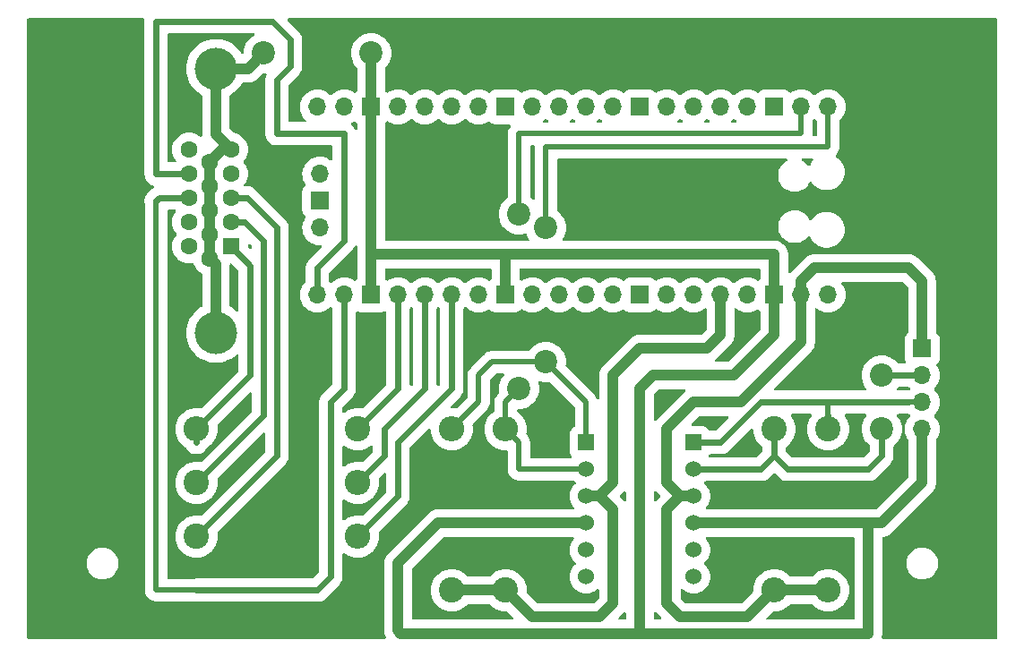
<source format=gbr>
G04 #@! TF.GenerationSoftware,KiCad,Pcbnew,8.0.6*
G04 #@! TF.CreationDate,2024-12-02T18:43:07+01:00*
G04 #@! TF.ProjectId,vga_drv,7667615f-6472-4762-9e6b-696361645f70,rev?*
G04 #@! TF.SameCoordinates,PX3072580PY3a22d00*
G04 #@! TF.FileFunction,Copper,L2,Bot*
G04 #@! TF.FilePolarity,Positive*
%FSLAX46Y46*%
G04 Gerber Fmt 4.6, Leading zero omitted, Abs format (unit mm)*
G04 Created by KiCad (PCBNEW 8.0.6) date 2024-12-02 18:43:07*
%MOMM*%
%LPD*%
G01*
G04 APERTURE LIST*
G04 #@! TA.AperFunction,ComponentPad*
%ADD10C,2.400000*%
G04 #@! TD*
G04 #@! TA.AperFunction,ComponentPad*
%ADD11O,2.400000X2.400000*%
G04 #@! TD*
G04 #@! TA.AperFunction,ComponentPad*
%ADD12R,1.524000X1.524000*%
G04 #@! TD*
G04 #@! TA.AperFunction,ComponentPad*
%ADD13C,1.524000*%
G04 #@! TD*
G04 #@! TA.AperFunction,ComponentPad*
%ADD14O,1.700000X1.700000*%
G04 #@! TD*
G04 #@! TA.AperFunction,ComponentPad*
%ADD15R,1.700000X1.700000*%
G04 #@! TD*
G04 #@! TA.AperFunction,ComponentPad*
%ADD16C,4.000000*%
G04 #@! TD*
G04 #@! TA.AperFunction,ComponentPad*
%ADD17R,1.600000X1.600000*%
G04 #@! TD*
G04 #@! TA.AperFunction,ComponentPad*
%ADD18C,1.600000*%
G04 #@! TD*
G04 #@! TA.AperFunction,ViaPad*
%ADD19C,2.200000*%
G04 #@! TD*
G04 #@! TA.AperFunction,Conductor*
%ADD20C,0.600000*%
G04 #@! TD*
G04 #@! TA.AperFunction,Conductor*
%ADD21C,1.000000*%
G04 #@! TD*
G04 #@! TA.AperFunction,Conductor*
%ADD22C,0.500000*%
G04 #@! TD*
G04 APERTURE END LIST*
D10*
G04 #@! TO.P,R7,1*
G04 #@! TO.N,+3.3v*
X45720000Y-54610000D03*
D11*
G04 #@! TO.P,R7,2*
G04 #@! TO.N,Net-(U1-GPIO1)*
X45720000Y-39370000D03*
G04 #@! TD*
G04 #@! TO.P,R6,2*
G04 #@! TO.N,Net-(U1-GPIO0)*
X40640000Y-39370000D03*
D10*
G04 #@! TO.P,R6,1*
G04 #@! TO.N,+3.3v*
X40640000Y-54610000D03*
G04 #@! TD*
D11*
G04 #@! TO.P,R5,2*
G04 #@! TO.N,+5v*
X76200000Y-54610000D03*
D10*
G04 #@! TO.P,R5,1*
G04 #@! TO.N,/SCL*
X76200000Y-39370000D03*
G04 #@! TD*
D11*
G04 #@! TO.P,R4,2*
G04 #@! TO.N,+5v*
X71120000Y-54610000D03*
D10*
G04 #@! TO.P,R4,1*
G04 #@! TO.N,/SDA*
X71120000Y-39370000D03*
G04 #@! TD*
D11*
G04 #@! TO.P,R3,2*
G04 #@! TO.N,/R*
X16510000Y-39370000D03*
D10*
G04 #@! TO.P,R3,1*
G04 #@! TO.N,Net-(U1-GPIO18)*
X31750000Y-39370000D03*
G04 #@! TD*
D11*
G04 #@! TO.P,R2,2*
G04 #@! TO.N,Net-(U1-GPIO19)*
X31750000Y-44450000D03*
D10*
G04 #@! TO.P,R2,1*
G04 #@! TO.N,/G*
X16510000Y-44450000D03*
G04 #@! TD*
D11*
G04 #@! TO.P,R1,2*
G04 #@! TO.N,Net-(U1-GPIO20)*
X31750000Y-49530000D03*
D10*
G04 #@! TO.P,R1,1*
G04 #@! TO.N,/B*
X16510000Y-49530000D03*
G04 #@! TD*
D12*
G04 #@! TO.P,U2,LV1,LV1*
G04 #@! TO.N,Net-(U1-GPIO0)*
X53340000Y-40640000D03*
D13*
G04 #@! TO.P,U2,LV2,LV2*
G04 #@! TO.N,Net-(U1-GPIO1)*
X53340000Y-43180000D03*
G04 #@! TO.P,U2,LV,LV*
G04 #@! TO.N,+3.3v*
X53340000Y-45720000D03*
G04 #@! TO.P,U2,GND_2,GND__1*
G04 #@! TO.N,GND*
X53340000Y-48260000D03*
G04 #@! TO.P,U2,LV3,LV3*
G04 #@! TO.N,unconnected-(U2-PadLV3)*
X53340000Y-50800000D03*
G04 #@! TO.P,U2,LV4,LV4*
G04 #@! TO.N,unconnected-(U2-PadLV4)*
X53340000Y-53340000D03*
D12*
G04 #@! TO.P,U2,HV1,HV1*
G04 #@! TO.N,/SCL*
X63500000Y-40640000D03*
D13*
G04 #@! TO.P,U2,HV2,HV2*
G04 #@! TO.N,/SDA*
X63500000Y-43180000D03*
G04 #@! TO.P,U2,HV,HV*
G04 #@! TO.N,+5v*
X63500000Y-45720000D03*
G04 #@! TO.P,U2,GND_1,GND*
G04 #@! TO.N,GND*
X63500000Y-48260000D03*
G04 #@! TO.P,U2,HV3,HV3*
G04 #@! TO.N,unconnected-(U2-PadHV3)*
X63500000Y-50800000D03*
G04 #@! TO.P,U2,HV4,HV4*
G04 #@! TO.N,unconnected-(U2-PadHV4)*
X63500000Y-53340000D03*
G04 #@! TD*
D14*
G04 #@! TO.P,U1,43,SWDIO*
G04 #@! TO.N,unconnected-(U1-SWDIO-Pad43)*
X28170000Y-20320000D03*
D15*
G04 #@! TO.P,U1,42,GND*
G04 #@! TO.N,unconnected-(U1-GND-Pad42)*
X28170000Y-17780000D03*
D14*
G04 #@! TO.P,U1,41,SWCLK*
G04 #@! TO.N,unconnected-(U1-SWCLK-Pad41)*
X28170000Y-15240000D03*
G04 #@! TO.P,U1,40,VBUS*
G04 #@! TO.N,unconnected-(U1-VBUS-Pad40)*
X76200000Y-26670000D03*
G04 #@! TO.P,U1,39,VSYS*
G04 #@! TO.N,+5v*
X73660000Y-26670000D03*
D15*
G04 #@! TO.P,U1,38,GND*
G04 #@! TO.N,GND*
X71120000Y-26670000D03*
D14*
G04 #@! TO.P,U1,37,3V3_EN*
G04 #@! TO.N,unconnected-(U1-3V3_EN-Pad37)*
X68580000Y-26670000D03*
G04 #@! TO.P,U1,36,3V3*
G04 #@! TO.N,+3.3v*
X66040000Y-26670000D03*
G04 #@! TO.P,U1,35,ADC_VREF*
G04 #@! TO.N,unconnected-(U1-ADC_VREF-Pad35)*
X63500000Y-26670000D03*
G04 #@! TO.P,U1,34,GPIO28_ADC2*
G04 #@! TO.N,unconnected-(U1-GPIO28_ADC2-Pad34)*
X60960000Y-26670000D03*
D15*
G04 #@! TO.P,U1,33,AGND*
G04 #@! TO.N,unconnected-(U1-AGND-Pad33)*
X58420000Y-26670000D03*
D14*
G04 #@! TO.P,U1,32,GPIO27_ADC1*
G04 #@! TO.N,unconnected-(U1-GPIO27_ADC1-Pad32)*
X55880000Y-26670000D03*
G04 #@! TO.P,U1,31,GPIO26_ADC0*
G04 #@! TO.N,unconnected-(U1-GPIO26_ADC0-Pad31)*
X53340000Y-26670000D03*
G04 #@! TO.P,U1,30,RUN*
G04 #@! TO.N,unconnected-(U1-RUN-Pad30)*
X50800000Y-26670000D03*
G04 #@! TO.P,U1,29,GPIO22*
G04 #@! TO.N,unconnected-(U1-GPIO22-Pad29)*
X48260000Y-26670000D03*
D15*
G04 #@! TO.P,U1,28,GND*
G04 #@! TO.N,GND*
X45720000Y-26670000D03*
D14*
G04 #@! TO.P,U1,27,GPIO21*
G04 #@! TO.N,unconnected-(U1-GPIO21-Pad27)*
X43180000Y-26670000D03*
G04 #@! TO.P,U1,26,GPIO20*
G04 #@! TO.N,Net-(U1-GPIO20)*
X40640000Y-26670000D03*
G04 #@! TO.P,U1,25,GPIO19*
G04 #@! TO.N,Net-(U1-GPIO19)*
X38100000Y-26670000D03*
G04 #@! TO.P,U1,24,GPIO18*
G04 #@! TO.N,Net-(U1-GPIO18)*
X35560000Y-26670000D03*
D15*
G04 #@! TO.P,U1,23,GND*
G04 #@! TO.N,GND*
X33020000Y-26670000D03*
D14*
G04 #@! TO.P,U1,22,GPIO17*
G04 #@! TO.N,/H-Sync*
X30480000Y-26670000D03*
G04 #@! TO.P,U1,21,GPIO16*
G04 #@! TO.N,/V-Sync*
X27940000Y-26670000D03*
G04 #@! TO.P,U1,20,GPIO15*
G04 #@! TO.N,unconnected-(U1-GPIO15-Pad20)*
X27940000Y-8890000D03*
G04 #@! TO.P,U1,19,GPIO14*
G04 #@! TO.N,unconnected-(U1-GPIO14-Pad19)*
X30480000Y-8890000D03*
D15*
G04 #@! TO.P,U1,18,GND*
G04 #@! TO.N,GND*
X33020000Y-8890000D03*
D14*
G04 #@! TO.P,U1,17,GPIO13*
G04 #@! TO.N,unconnected-(U1-GPIO13-Pad17)*
X35560000Y-8890000D03*
G04 #@! TO.P,U1,16,GPIO12*
G04 #@! TO.N,unconnected-(U1-GPIO12-Pad16)*
X38100000Y-8890000D03*
G04 #@! TO.P,U1,15,GPIO11*
G04 #@! TO.N,unconnected-(U1-GPIO11-Pad15)*
X40640000Y-8890000D03*
G04 #@! TO.P,U1,14,GPIO10*
G04 #@! TO.N,unconnected-(U1-GPIO10-Pad14)*
X43180000Y-8890000D03*
D15*
G04 #@! TO.P,U1,13,GND*
G04 #@! TO.N,unconnected-(U1-GND-Pad13)*
X45720000Y-8890000D03*
D14*
G04 #@! TO.P,U1,12,GPIO9*
G04 #@! TO.N,unconnected-(U1-GPIO9-Pad12)*
X48260000Y-8890000D03*
G04 #@! TO.P,U1,11,GPIO8*
G04 #@! TO.N,unconnected-(U1-GPIO8-Pad11)*
X50800000Y-8890000D03*
G04 #@! TO.P,U1,10,GPIO7*
G04 #@! TO.N,unconnected-(U1-GPIO7-Pad10)*
X53340000Y-8890000D03*
G04 #@! TO.P,U1,9,GPIO6*
G04 #@! TO.N,unconnected-(U1-GPIO6-Pad9)*
X55880000Y-8890000D03*
D15*
G04 #@! TO.P,U1,8,GND*
G04 #@! TO.N,unconnected-(U1-GND-Pad8)*
X58420000Y-8890000D03*
D14*
G04 #@! TO.P,U1,7,GPIO5*
G04 #@! TO.N,unconnected-(U1-GPIO5-Pad7)*
X60960000Y-8890000D03*
G04 #@! TO.P,U1,6,GPIO4*
G04 #@! TO.N,unconnected-(U1-GPIO4-Pad6)*
X63500000Y-8890000D03*
G04 #@! TO.P,U1,5,GPIO3*
G04 #@! TO.N,unconnected-(U1-GPIO3-Pad5)*
X66040000Y-8890000D03*
G04 #@! TO.P,U1,4,GPIO2*
G04 #@! TO.N,unconnected-(U1-GPIO2-Pad4)*
X68580000Y-8890000D03*
D15*
G04 #@! TO.P,U1,3,GND*
G04 #@! TO.N,unconnected-(U1-GND-Pad3)*
X71120000Y-8890000D03*
D14*
G04 #@! TO.P,U1,2,GPIO1*
G04 #@! TO.N,Net-(U1-GPIO1)*
X73660000Y-8890000D03*
G04 #@! TO.P,U1,1,GPIO0*
G04 #@! TO.N,Net-(U1-GPIO0)*
X76200000Y-8890000D03*
G04 #@! TD*
D16*
G04 #@! TO.P,J1,0*
G04 #@! TO.N,GND*
X18350331Y-5265000D03*
X18350331Y-30265000D03*
D17*
G04 #@! TO.P,J1,1*
G04 #@! TO.N,/R*
X19770331Y-22080000D03*
D18*
G04 #@! TO.P,J1,2*
G04 #@! TO.N,/G*
X19770331Y-19790000D03*
G04 #@! TO.P,J1,3*
G04 #@! TO.N,/B*
X19770331Y-17500000D03*
G04 #@! TO.P,J1,4*
G04 #@! TO.N,unconnected-(J1-Pad4)*
X19770331Y-15210000D03*
G04 #@! TO.P,J1,5*
G04 #@! TO.N,GND*
X19770331Y-12920000D03*
G04 #@! TO.P,J1,6*
X17790331Y-23225000D03*
G04 #@! TO.P,J1,7*
X17790331Y-20935000D03*
G04 #@! TO.P,J1,8*
X17790331Y-18645000D03*
G04 #@! TO.P,J1,9*
X17790331Y-16355000D03*
G04 #@! TO.P,J1,10*
X17790331Y-14065000D03*
G04 #@! TO.P,J1,11*
G04 #@! TO.N,unconnected-(J1-Pad11)*
X15810331Y-22080000D03*
G04 #@! TO.P,J1,12*
G04 #@! TO.N,unconnected-(J1-Pad12)*
X15810331Y-19790000D03*
G04 #@! TO.P,J1,13*
G04 #@! TO.N,/H-Sync*
X15810331Y-17500000D03*
G04 #@! TO.P,J1,14*
G04 #@! TO.N,/V-Sync*
X15810331Y-15210000D03*
G04 #@! TO.P,J1,15*
G04 #@! TO.N,unconnected-(J1-Pad15)*
X15810331Y-12920000D03*
G04 #@! TD*
D15*
G04 #@! TO.P,J2,1,Pin_1*
G04 #@! TO.N,+5v*
X85090000Y-31750000D03*
D14*
G04 #@! TO.P,J2,2,Pin_2*
G04 #@! TO.N,/SDA*
X85090000Y-34290000D03*
G04 #@! TO.P,J2,3,Pin_3*
G04 #@! TO.N,/SCL*
X85090000Y-36830000D03*
G04 #@! TO.P,J2,4,Pin_4*
G04 #@! TO.N,GND*
X85090000Y-39370000D03*
G04 #@! TD*
D19*
G04 #@! TO.N,GND*
X22860000Y-3810000D03*
X33020000Y-3810000D03*
G04 #@! TO.N,Net-(U1-GPIO0)*
X49530000Y-33020000D03*
X49530000Y-20320000D03*
G04 #@! TO.N,Net-(U1-GPIO1)*
X46990000Y-35560000D03*
X46990000Y-19050000D03*
G04 #@! TO.N,/SDA*
X81280000Y-39370000D03*
X81280000Y-34290000D03*
G04 #@! TD*
D20*
G04 #@! TO.N,/V-Sync*
X15780331Y-15240000D02*
X12700000Y-15240000D01*
X25400000Y-5080000D02*
X24130000Y-6350000D01*
X23660000Y-800000D02*
X25400000Y-2540000D01*
X12700000Y-15240000D02*
X12700000Y-800000D01*
X24130000Y-11430000D02*
X30480000Y-11430000D01*
X15810331Y-15210000D02*
X15780331Y-15240000D01*
X30480000Y-11430000D02*
X30480000Y-21590000D01*
X25400000Y-2540000D02*
X25400000Y-5080000D01*
X24130000Y-6350000D02*
X24130000Y-11430000D01*
X27940000Y-24130000D02*
X27940000Y-26670000D01*
X30480000Y-21590000D02*
X27940000Y-24130000D01*
X12700000Y-800000D02*
X23660000Y-800000D01*
D21*
G04 #@! TO.N,GND*
X21405000Y-5265000D02*
X22860000Y-3810000D01*
X33020000Y-8890000D02*
X33020000Y-3810000D01*
X21405000Y-5265000D02*
X18350331Y-5265000D01*
D22*
G04 #@! TO.N,/H-Sync*
X12700000Y-17780000D02*
X12700000Y-54610000D01*
X12700000Y-54610000D02*
X16510000Y-54610000D01*
G04 #@! TO.N,Net-(U1-GPIO0)*
X49530000Y-20320000D02*
X49530000Y-12700000D01*
X49530000Y-12700000D02*
X76200000Y-12700000D01*
X76200000Y-12700000D02*
X76200000Y-8890000D01*
G04 #@! TO.N,Net-(U1-GPIO1)*
X46990000Y-19050000D02*
X46990000Y-11430000D01*
X46990000Y-11430000D02*
X73660000Y-11430000D01*
X73660000Y-11430000D02*
X73660000Y-8890000D01*
D21*
G04 #@! TO.N,GND*
X85090000Y-39370000D02*
X85090000Y-44450000D01*
X81280000Y-48260000D02*
X80010000Y-48260000D01*
X85090000Y-44450000D02*
X81280000Y-48260000D01*
X58420000Y-58690000D02*
X80010000Y-58690000D01*
X80010000Y-58690000D02*
X80010000Y-48260000D01*
X80010000Y-48260000D02*
X63500000Y-48260000D01*
X33020000Y-8890000D02*
X33020000Y-22860000D01*
X33020000Y-22860000D02*
X33020000Y-24130000D01*
X45720000Y-22860000D02*
X33020000Y-22860000D01*
X71120000Y-26670000D02*
X71120000Y-22860000D01*
X45720000Y-22860000D02*
X45720000Y-26670000D01*
X71120000Y-22860000D02*
X45720000Y-22860000D01*
X33020000Y-24130000D02*
X33020000Y-26670000D01*
D20*
G04 #@! TO.N,/SDA*
X81280000Y-34290000D02*
X85090000Y-34290000D01*
X81280000Y-41910000D02*
X81280000Y-39370000D01*
X72390000Y-43180000D02*
X80010000Y-43180000D01*
X80010000Y-43180000D02*
X81280000Y-41910000D01*
X71120000Y-39370000D02*
X71120000Y-41910000D01*
X71120000Y-41910000D02*
X72390000Y-43180000D01*
X63500000Y-43180000D02*
X69850000Y-43180000D01*
X69850000Y-43180000D02*
X71120000Y-41910000D01*
D22*
G04 #@! TO.N,/SCL*
X76200000Y-36830000D02*
X76200000Y-38100000D01*
D20*
X76200000Y-38100000D02*
X76200000Y-39370000D01*
D22*
X76200000Y-36830000D02*
X83820000Y-36830000D01*
X83820000Y-36830000D02*
X85090000Y-36830000D01*
D20*
X69850000Y-36830000D02*
X83820000Y-36830000D01*
X63500000Y-40640000D02*
X66040000Y-40640000D01*
X66040000Y-40640000D02*
X69850000Y-36830000D01*
G04 #@! TO.N,/H-Sync*
X15810331Y-17500000D02*
X12980000Y-17500000D01*
X12980000Y-17500000D02*
X12700000Y-17780000D01*
G04 #@! TO.N,/B*
X24130000Y-20320000D02*
X24130000Y-41910000D01*
X19770331Y-17500000D02*
X21310000Y-17500000D01*
X21310000Y-17500000D02*
X24130000Y-20320000D01*
D22*
X24130000Y-40640000D02*
X24130000Y-20320000D01*
D20*
X16510000Y-49530000D02*
X24130000Y-41910000D01*
X24130000Y-41910000D02*
X24130000Y-40640000D01*
G04 #@! TO.N,/G*
X22860000Y-38100000D02*
X16510000Y-44450000D01*
X22860000Y-21590000D02*
X22860000Y-38100000D01*
X19770331Y-19790000D02*
X21060000Y-19790000D01*
X21060000Y-19790000D02*
X22860000Y-21590000D01*
X22860000Y-36830000D02*
X22860000Y-38100000D01*
D22*
X22860000Y-36830000D02*
X22860000Y-21590000D01*
D20*
G04 #@! TO.N,/R*
X16510000Y-39370000D02*
X16510000Y-40640000D01*
X21590000Y-34290000D02*
X16510000Y-39370000D01*
X21590000Y-23899669D02*
X21590000Y-34290000D01*
X19770331Y-22080000D02*
X21590000Y-23899669D01*
G04 #@! TO.N,Net-(U1-GPIO20)*
X40640000Y-35560000D02*
X40640000Y-26670000D01*
X35560000Y-40640000D02*
X40640000Y-35560000D01*
X35560000Y-45720000D02*
X35560000Y-40640000D01*
X31750000Y-49530000D02*
X35560000Y-45720000D01*
G04 #@! TO.N,Net-(U1-GPIO19)*
X38100000Y-35560000D02*
X38100000Y-26670000D01*
X34290000Y-39370000D02*
X38100000Y-35560000D01*
X34290000Y-41910000D02*
X34290000Y-39370000D01*
X31750000Y-44450000D02*
X34290000Y-41910000D01*
G04 #@! TO.N,Net-(U1-GPIO18)*
X35560000Y-26670000D02*
X35560000Y-35560000D01*
X31750000Y-39370000D02*
X35560000Y-35560000D01*
G04 #@! TO.N,/H-Sync*
X29210000Y-36830000D02*
X29210000Y-53340000D01*
X29210000Y-36830000D02*
X30480000Y-35560000D01*
X30480000Y-26670000D02*
X30480000Y-35560000D01*
X16510000Y-54610000D02*
X27940000Y-54610000D01*
X27940000Y-54610000D02*
X29210000Y-53340000D01*
D22*
G04 #@! TO.N,Net-(U1-GPIO0)*
X44450000Y-33020000D02*
X49530000Y-33020000D01*
X53340000Y-36830000D02*
X53340000Y-38100000D01*
X49530000Y-33020000D02*
X53340000Y-36830000D01*
X43180000Y-34290000D02*
X44450000Y-33020000D01*
G04 #@! TO.N,Net-(U1-GPIO1)*
X45720000Y-36830000D02*
X46990000Y-35560000D01*
X45720000Y-39370000D02*
X45720000Y-36830000D01*
G04 #@! TO.N,Net-(U1-GPIO0)*
X53340000Y-40640000D02*
X53340000Y-38100000D01*
D21*
G04 #@! TO.N,GND*
X67310000Y-34290000D02*
X59690000Y-34290000D01*
X71120000Y-26670000D02*
X71120000Y-30480000D01*
X35830000Y-58690000D02*
X58420000Y-58690000D01*
X59690000Y-34290000D02*
X58420000Y-35560000D01*
X58420000Y-35560000D02*
X58420000Y-58690000D01*
X71120000Y-30480000D02*
X67310000Y-34290000D01*
G04 #@! TO.N,+3.3v*
X54610000Y-45720000D02*
X55880000Y-44450000D01*
X55880000Y-44450000D02*
X55880000Y-34290000D01*
X55880000Y-34290000D02*
X58420000Y-31750000D01*
X58420000Y-31750000D02*
X64770000Y-31750000D01*
X64770000Y-31750000D02*
X66040000Y-30480000D01*
X66040000Y-30480000D02*
X66040000Y-26670000D01*
G04 #@! TO.N,GND*
X53340000Y-48260000D02*
X39370000Y-48260000D01*
X35560000Y-52070000D02*
X35560000Y-58420000D01*
X39370000Y-48260000D02*
X35560000Y-52070000D01*
X35560000Y-58420000D02*
X35830000Y-58690000D01*
G04 #@! TO.N,+5v*
X74930000Y-24130000D02*
X83820000Y-24130000D01*
X73660000Y-26670000D02*
X73660000Y-25400000D01*
X73660000Y-25400000D02*
X74930000Y-24130000D01*
X83820000Y-24130000D02*
X85090000Y-25400000D01*
X85090000Y-25400000D02*
X85090000Y-31750000D01*
D22*
G04 #@! TO.N,Net-(U1-GPIO1)*
X46990000Y-40640000D02*
X46990000Y-43180000D01*
X45720000Y-39370000D02*
X46990000Y-40640000D01*
X46990000Y-43180000D02*
X53340000Y-43180000D01*
G04 #@! TO.N,/SCL*
X69850000Y-36830000D02*
X76200000Y-36830000D01*
D21*
G04 #@! TO.N,+5v*
X71120000Y-54610000D02*
X76200000Y-54610000D01*
X60960000Y-55880000D02*
X62230000Y-57150000D01*
X62230000Y-45720000D02*
X60960000Y-46990000D01*
X62230000Y-57150000D02*
X68580000Y-57150000D01*
X63500000Y-45720000D02*
X62230000Y-45720000D01*
X60960000Y-46990000D02*
X60960000Y-55880000D01*
X68580000Y-57150000D02*
X71120000Y-54610000D01*
G04 #@! TO.N,+3.3v*
X55880000Y-55880000D02*
X55880000Y-46990000D01*
X45720000Y-54610000D02*
X48260000Y-57150000D01*
X48260000Y-57150000D02*
X54610000Y-57150000D01*
X54610000Y-57150000D02*
X55880000Y-55880000D01*
X55880000Y-46990000D02*
X54610000Y-45720000D01*
X54610000Y-45720000D02*
X53340000Y-45720000D01*
X40640000Y-54610000D02*
X45720000Y-54610000D01*
G04 #@! TO.N,GND*
X17790331Y-20320000D02*
X17790331Y-20935000D01*
X17790331Y-20320000D02*
X17790331Y-23225000D01*
X17790331Y-18645000D02*
X17790331Y-20320000D01*
X17790331Y-16355000D02*
X17790331Y-18645000D01*
X17790331Y-14065000D02*
X17790331Y-16355000D01*
X19770331Y-12920000D02*
X18935331Y-12920000D01*
X18935331Y-12920000D02*
X17790331Y-14065000D01*
X18350331Y-5265000D02*
X18350331Y-11500000D01*
X18350331Y-11500000D02*
X19770331Y-12920000D01*
X18350331Y-30265000D02*
X18350331Y-23785000D01*
X18350331Y-23785000D02*
X17790331Y-23225000D01*
G04 #@! TO.N,+5v*
X62230000Y-45720000D02*
X60960000Y-44450000D01*
X60960000Y-44450000D02*
X60960000Y-39370000D01*
X60960000Y-39370000D02*
X63500000Y-36830000D01*
X63500000Y-36830000D02*
X67945000Y-36830000D01*
X67945000Y-36830000D02*
X73660000Y-31115000D01*
X73660000Y-31115000D02*
X73660000Y-26670000D01*
D22*
G04 #@! TO.N,Net-(U1-GPIO0)*
X43180000Y-36830000D02*
X40640000Y-39370000D01*
X43180000Y-36830000D02*
X43180000Y-34290000D01*
G04 #@! TD*
G04 #@! TA.AperFunction,NonConductor*
G36*
X67403128Y-10053468D02*
G01*
X67404197Y-10054702D01*
X67409311Y-10060689D01*
X67486030Y-10126213D01*
X67527006Y-10161210D01*
X67565199Y-10219717D01*
X67565697Y-10289585D01*
X67528344Y-10348631D01*
X67464997Y-10378109D01*
X67446474Y-10379500D01*
X67173526Y-10379500D01*
X67106487Y-10359815D01*
X67060732Y-10307011D01*
X67050788Y-10237853D01*
X67079813Y-10174297D01*
X67092994Y-10161210D01*
X67133970Y-10126213D01*
X67210689Y-10060689D01*
X67215710Y-10054809D01*
X67274213Y-10016617D01*
X67344081Y-10016116D01*
X67403128Y-10053468D01*
G37*
G04 #@! TD.AperFunction*
G04 #@! TA.AperFunction,NonConductor*
G36*
X64863128Y-10053468D02*
G01*
X64864197Y-10054702D01*
X64869311Y-10060689D01*
X64946030Y-10126213D01*
X64987006Y-10161210D01*
X65025199Y-10219717D01*
X65025697Y-10289585D01*
X64988344Y-10348631D01*
X64924997Y-10378109D01*
X64906474Y-10379500D01*
X64633526Y-10379500D01*
X64566487Y-10359815D01*
X64520732Y-10307011D01*
X64510788Y-10237853D01*
X64539813Y-10174297D01*
X64552994Y-10161210D01*
X64593970Y-10126213D01*
X64670689Y-10060689D01*
X64675710Y-10054809D01*
X64734213Y-10016617D01*
X64804081Y-10016116D01*
X64863128Y-10053468D01*
G37*
G04 #@! TD.AperFunction*
G04 #@! TA.AperFunction,NonConductor*
G36*
X62323128Y-10053468D02*
G01*
X62324197Y-10054702D01*
X62329311Y-10060689D01*
X62406030Y-10126213D01*
X62447006Y-10161210D01*
X62485199Y-10219717D01*
X62485697Y-10289585D01*
X62448344Y-10348631D01*
X62384997Y-10378109D01*
X62366474Y-10379500D01*
X62093526Y-10379500D01*
X62026487Y-10359815D01*
X61980732Y-10307011D01*
X61970788Y-10237853D01*
X61999813Y-10174297D01*
X62012994Y-10161210D01*
X62053970Y-10126213D01*
X62130689Y-10060689D01*
X62135710Y-10054809D01*
X62194213Y-10016617D01*
X62264081Y-10016116D01*
X62323128Y-10053468D01*
G37*
G04 #@! TD.AperFunction*
G04 #@! TA.AperFunction,NonConductor*
G36*
X54703128Y-10053468D02*
G01*
X54704197Y-10054702D01*
X54709311Y-10060689D01*
X54786030Y-10126213D01*
X54827006Y-10161210D01*
X54865199Y-10219717D01*
X54865697Y-10289585D01*
X54828344Y-10348631D01*
X54764997Y-10378109D01*
X54746474Y-10379500D01*
X54473526Y-10379500D01*
X54406487Y-10359815D01*
X54360732Y-10307011D01*
X54350788Y-10237853D01*
X54379813Y-10174297D01*
X54392994Y-10161210D01*
X54433970Y-10126213D01*
X54510689Y-10060689D01*
X54515710Y-10054809D01*
X54574213Y-10016617D01*
X54644081Y-10016116D01*
X54703128Y-10053468D01*
G37*
G04 #@! TD.AperFunction*
G04 #@! TA.AperFunction,NonConductor*
G36*
X52163128Y-10053468D02*
G01*
X52164197Y-10054702D01*
X52169311Y-10060689D01*
X52246030Y-10126213D01*
X52287006Y-10161210D01*
X52325199Y-10219717D01*
X52325697Y-10289585D01*
X52288344Y-10348631D01*
X52224997Y-10378109D01*
X52206474Y-10379500D01*
X51933526Y-10379500D01*
X51866487Y-10359815D01*
X51820732Y-10307011D01*
X51810788Y-10237853D01*
X51839813Y-10174297D01*
X51852994Y-10161210D01*
X51893970Y-10126213D01*
X51970689Y-10060689D01*
X51975710Y-10054809D01*
X52034213Y-10016617D01*
X52104081Y-10016116D01*
X52163128Y-10053468D01*
G37*
G04 #@! TD.AperFunction*
G04 #@! TA.AperFunction,NonConductor*
G36*
X49623128Y-10053468D02*
G01*
X49624197Y-10054702D01*
X49629311Y-10060689D01*
X49706030Y-10126213D01*
X49747006Y-10161210D01*
X49785199Y-10219717D01*
X49785697Y-10289585D01*
X49748344Y-10348631D01*
X49684997Y-10378109D01*
X49666474Y-10379500D01*
X49393526Y-10379500D01*
X49326487Y-10359815D01*
X49280732Y-10307011D01*
X49270788Y-10237853D01*
X49299813Y-10174297D01*
X49312994Y-10161210D01*
X49353970Y-10126213D01*
X49430689Y-10060689D01*
X49435710Y-10054809D01*
X49494213Y-10016617D01*
X49564081Y-10016116D01*
X49623128Y-10053468D01*
G37*
G04 #@! TD.AperFunction*
G04 #@! TA.AperFunction,NonConductor*
G36*
X31549842Y-10255168D02*
G01*
X31568265Y-10270343D01*
X31667738Y-10369816D01*
X31667742Y-10369819D01*
X31672809Y-10373859D01*
X31712952Y-10431046D01*
X31719500Y-10470809D01*
X31719500Y-10922099D01*
X31699815Y-10989138D01*
X31647011Y-11034893D01*
X31577853Y-11044837D01*
X31514297Y-11015812D01*
X31485015Y-10978394D01*
X31421231Y-10853211D01*
X31319414Y-10713072D01*
X31196928Y-10590586D01*
X31196235Y-10590082D01*
X31191038Y-10586306D01*
X31148374Y-10530975D01*
X31142398Y-10461361D01*
X31175006Y-10399568D01*
X31216477Y-10371429D01*
X31231628Y-10365154D01*
X31415795Y-10252296D01*
X31483240Y-10234052D01*
X31549842Y-10255168D01*
G37*
G04 #@! TD.AperFunction*
G04 #@! TA.AperFunction,NonConductor*
G36*
X75023128Y-10053468D02*
G01*
X75024197Y-10054702D01*
X75029311Y-10060689D01*
X75106032Y-10126215D01*
X75144225Y-10184720D01*
X75149500Y-10220504D01*
X75149500Y-11525500D01*
X75129815Y-11592539D01*
X75077011Y-11638294D01*
X75025500Y-11649500D01*
X74834500Y-11649500D01*
X74767461Y-11629815D01*
X74721706Y-11577011D01*
X74710500Y-11525500D01*
X74710500Y-10220504D01*
X74730185Y-10153465D01*
X74753965Y-10126216D01*
X74830689Y-10060689D01*
X74835710Y-10054809D01*
X74894213Y-10016617D01*
X74964081Y-10016116D01*
X75023128Y-10053468D01*
G37*
G04 #@! TD.AperFunction*
G04 #@! TA.AperFunction,NonConductor*
G36*
X21972618Y-1920185D02*
G01*
X22018373Y-1972989D01*
X22028317Y-2042147D01*
X21999292Y-2105703D01*
X21965006Y-2133332D01*
X21829892Y-2207109D01*
X21829891Y-2207110D01*
X21612259Y-2370028D01*
X21612247Y-2370038D01*
X21420038Y-2562247D01*
X21420028Y-2562259D01*
X21257110Y-2779891D01*
X21257109Y-2779892D01*
X21126830Y-3018480D01*
X21079326Y-3145843D01*
X21031825Y-3273199D01*
X21031824Y-3273202D01*
X21031823Y-3273206D01*
X20974040Y-3538832D01*
X20974039Y-3538839D01*
X20960281Y-3731188D01*
X20935864Y-3796652D01*
X20879930Y-3838523D01*
X20810238Y-3843507D01*
X20748915Y-3810022D01*
X20729214Y-3784347D01*
X20694080Y-3723492D01*
X20680221Y-3704877D01*
X20499285Y-3461837D01*
X20499278Y-3461829D01*
X20499274Y-3461823D01*
X20275408Y-3224538D01*
X20275400Y-3224531D01*
X20275399Y-3224530D01*
X20025515Y-3014852D01*
X20025510Y-3014848D01*
X20025508Y-3014847D01*
X19752954Y-2835586D01*
X19748015Y-2833105D01*
X19461439Y-2689181D01*
X19461433Y-2689178D01*
X19154897Y-2577608D01*
X19154876Y-2577601D01*
X18837472Y-2502374D01*
X18837457Y-2502372D01*
X18513442Y-2464500D01*
X18187220Y-2464500D01*
X17903706Y-2497638D01*
X17863204Y-2502372D01*
X17863189Y-2502374D01*
X17545785Y-2577601D01*
X17545764Y-2577608D01*
X17239228Y-2689178D01*
X17239222Y-2689181D01*
X16947711Y-2835584D01*
X16675146Y-3014852D01*
X16425262Y-3224530D01*
X16425261Y-3224531D01*
X16425255Y-3224536D01*
X16425254Y-3224538D01*
X16201388Y-3461823D01*
X16201385Y-3461826D01*
X16201383Y-3461829D01*
X16201376Y-3461837D01*
X16006582Y-3723490D01*
X15843474Y-4006003D01*
X15843468Y-4006016D01*
X15714262Y-4305547D01*
X15620700Y-4618067D01*
X15620698Y-4618075D01*
X15564054Y-4939319D01*
X15564053Y-4939330D01*
X15545085Y-5264996D01*
X15545085Y-5265003D01*
X15564053Y-5590669D01*
X15564054Y-5590680D01*
X15620698Y-5911924D01*
X15620700Y-5911932D01*
X15714262Y-6224452D01*
X15843468Y-6523983D01*
X15843474Y-6523996D01*
X16006582Y-6806509D01*
X16201376Y-7068162D01*
X16201381Y-7068168D01*
X16201388Y-7068177D01*
X16425254Y-7305462D01*
X16425260Y-7305467D01*
X16425261Y-7305468D01*
X16425262Y-7305469D01*
X16675146Y-7515147D01*
X16675149Y-7515149D01*
X16675154Y-7515153D01*
X16947708Y-7694414D01*
X16981484Y-7711376D01*
X17032556Y-7759053D01*
X17049831Y-7822186D01*
X17049831Y-11604859D01*
X17030146Y-11671898D01*
X16977342Y-11717653D01*
X16908184Y-11727597D01*
X16845300Y-11699150D01*
X16787167Y-11649500D01*
X16753990Y-11621164D01*
X16753988Y-11621162D01*
X16753986Y-11621161D01*
X16753984Y-11621160D01*
X16539190Y-11489533D01*
X16306441Y-11393126D01*
X16061482Y-11334317D01*
X15810331Y-11314551D01*
X15559179Y-11334317D01*
X15314220Y-11393126D01*
X15081471Y-11489533D01*
X14866677Y-11621160D01*
X14866674Y-11621161D01*
X14675107Y-11784776D01*
X14511492Y-11976343D01*
X14511491Y-11976346D01*
X14379864Y-12191140D01*
X14283457Y-12423889D01*
X14224648Y-12668848D01*
X14204882Y-12920000D01*
X14224648Y-13171151D01*
X14283457Y-13416110D01*
X14379864Y-13648859D01*
X14511491Y-13863653D01*
X14511492Y-13863656D01*
X14572399Y-13934968D01*
X14600970Y-13998730D01*
X14590533Y-14067815D01*
X14544402Y-14120291D01*
X14478109Y-14139500D01*
X13924500Y-14139500D01*
X13857461Y-14119815D01*
X13811706Y-14067011D01*
X13800500Y-14015500D01*
X13800500Y-2024500D01*
X13820185Y-1957461D01*
X13872989Y-1911706D01*
X13924500Y-1900500D01*
X21905579Y-1900500D01*
X21972618Y-1920185D01*
G37*
G04 #@! TD.AperFunction*
G04 #@! TA.AperFunction,NonConductor*
G36*
X74744834Y-13770185D02*
G01*
X74790589Y-13822989D01*
X74800533Y-13892147D01*
X74774743Y-13951810D01*
X74682232Y-14067815D01*
X74661041Y-14094388D01*
X74533609Y-14315107D01*
X74501206Y-14397666D01*
X74458389Y-14452879D01*
X74392518Y-14476179D01*
X74324508Y-14460167D01*
X74291488Y-14432893D01*
X74139761Y-14255243D01*
X73954176Y-14096738D01*
X73954173Y-14096737D01*
X73764047Y-13980227D01*
X73717172Y-13928415D01*
X73705749Y-13859486D01*
X73733406Y-13795323D01*
X73791362Y-13756298D01*
X73828837Y-13750500D01*
X74677795Y-13750500D01*
X74744834Y-13770185D01*
G37*
G04 #@! TD.AperFunction*
G04 #@! TA.AperFunction,NonConductor*
G36*
X48422539Y-12500185D02*
G01*
X48468294Y-12552989D01*
X48479500Y-12604500D01*
X48479500Y-17552424D01*
X48459815Y-17619463D01*
X48407011Y-17665218D01*
X48337853Y-17675162D01*
X48274297Y-17646137D01*
X48267819Y-17640105D01*
X48237752Y-17610038D01*
X48237746Y-17610033D01*
X48237742Y-17610029D01*
X48090189Y-17499571D01*
X48048318Y-17443637D01*
X48040500Y-17400304D01*
X48040500Y-12604500D01*
X48060185Y-12537461D01*
X48112989Y-12491706D01*
X48164500Y-12480500D01*
X48355500Y-12480500D01*
X48422539Y-12500185D01*
G37*
G04 #@! TD.AperFunction*
G04 #@! TA.AperFunction,NonConductor*
G36*
X42003128Y-10053468D02*
G01*
X42004197Y-10054702D01*
X42009311Y-10060689D01*
X42206860Y-10229412D01*
X42428372Y-10365154D01*
X42428374Y-10365154D01*
X42428376Y-10365156D01*
X42459648Y-10378109D01*
X42668390Y-10464573D01*
X42921006Y-10525221D01*
X43180000Y-10545604D01*
X43438994Y-10525221D01*
X43691610Y-10464573D01*
X43931628Y-10365154D01*
X44115795Y-10252296D01*
X44183240Y-10234052D01*
X44249842Y-10255168D01*
X44268265Y-10270343D01*
X44367738Y-10369816D01*
X44458080Y-10426582D01*
X44518542Y-10464573D01*
X44520478Y-10465789D01*
X44690325Y-10525221D01*
X44690745Y-10525368D01*
X44690750Y-10525369D01*
X44781246Y-10535565D01*
X44825040Y-10540499D01*
X44825043Y-10540500D01*
X44825046Y-10540500D01*
X46094505Y-10540500D01*
X46161544Y-10560185D01*
X46207299Y-10612989D01*
X46217243Y-10682147D01*
X46188218Y-10745703D01*
X46182186Y-10752181D01*
X46174025Y-10760341D01*
X46174024Y-10760342D01*
X46059058Y-10932403D01*
X45979870Y-11123579D01*
X45979868Y-11123587D01*
X45939500Y-11326530D01*
X45939500Y-17400304D01*
X45919815Y-17467343D01*
X45889811Y-17499571D01*
X45742259Y-17610028D01*
X45742247Y-17610038D01*
X45550038Y-17802247D01*
X45550028Y-17802259D01*
X45387110Y-18019891D01*
X45387109Y-18019892D01*
X45256830Y-18258480D01*
X45209326Y-18385843D01*
X45161825Y-18513199D01*
X45161824Y-18513202D01*
X45161823Y-18513206D01*
X45104040Y-18778832D01*
X45104039Y-18778839D01*
X45084645Y-19049998D01*
X45084645Y-19050001D01*
X45104039Y-19321160D01*
X45104040Y-19321167D01*
X45153432Y-19548219D01*
X45161825Y-19586801D01*
X45228331Y-19765109D01*
X45256830Y-19841519D01*
X45387109Y-20080107D01*
X45387110Y-20080108D01*
X45387113Y-20080113D01*
X45550029Y-20297742D01*
X45550033Y-20297746D01*
X45550038Y-20297752D01*
X45742247Y-20489961D01*
X45742253Y-20489966D01*
X45742258Y-20489971D01*
X45959887Y-20652887D01*
X45959891Y-20652889D01*
X45959892Y-20652890D01*
X46198481Y-20783169D01*
X46198480Y-20783169D01*
X46198484Y-20783170D01*
X46198487Y-20783172D01*
X46453199Y-20878175D01*
X46718840Y-20935961D01*
X46970605Y-20953967D01*
X46989999Y-20955355D01*
X46990000Y-20955355D01*
X46990001Y-20955355D01*
X47008100Y-20954060D01*
X47261160Y-20935961D01*
X47472033Y-20890089D01*
X47526797Y-20878176D01*
X47526797Y-20878175D01*
X47526801Y-20878175D01*
X47571266Y-20861589D01*
X47640957Y-20856605D01*
X47702280Y-20890089D01*
X47730781Y-20934436D01*
X47758082Y-21007630D01*
X47796830Y-21111518D01*
X47927109Y-21350107D01*
X47927110Y-21350108D01*
X47927113Y-21350113D01*
X47935405Y-21361190D01*
X47959822Y-21426653D01*
X47944970Y-21494926D01*
X47895565Y-21544332D01*
X47836138Y-21559500D01*
X34444500Y-21559500D01*
X34377461Y-21539815D01*
X34331706Y-21487011D01*
X34320500Y-21435500D01*
X34320500Y-10470809D01*
X34340185Y-10403770D01*
X34367191Y-10373859D01*
X34372252Y-10369821D01*
X34372262Y-10369816D01*
X34471737Y-10270340D01*
X34533056Y-10236858D01*
X34602748Y-10241842D01*
X34624205Y-10252297D01*
X34808371Y-10365154D01*
X34843006Y-10379500D01*
X35048390Y-10464573D01*
X35301006Y-10525221D01*
X35560000Y-10545604D01*
X35818994Y-10525221D01*
X36071610Y-10464573D01*
X36311628Y-10365154D01*
X36533140Y-10229412D01*
X36730689Y-10060689D01*
X36735710Y-10054809D01*
X36794213Y-10016617D01*
X36864081Y-10016116D01*
X36923128Y-10053468D01*
X36924197Y-10054702D01*
X36929311Y-10060689D01*
X37126860Y-10229412D01*
X37348372Y-10365154D01*
X37348374Y-10365154D01*
X37348376Y-10365156D01*
X37379648Y-10378109D01*
X37588390Y-10464573D01*
X37841006Y-10525221D01*
X38100000Y-10545604D01*
X38358994Y-10525221D01*
X38611610Y-10464573D01*
X38851628Y-10365154D01*
X39073140Y-10229412D01*
X39270689Y-10060689D01*
X39275710Y-10054809D01*
X39334213Y-10016617D01*
X39404081Y-10016116D01*
X39463128Y-10053468D01*
X39464197Y-10054702D01*
X39469311Y-10060689D01*
X39666860Y-10229412D01*
X39888372Y-10365154D01*
X39888374Y-10365154D01*
X39888376Y-10365156D01*
X39919648Y-10378109D01*
X40128390Y-10464573D01*
X40381006Y-10525221D01*
X40640000Y-10545604D01*
X40898994Y-10525221D01*
X41151610Y-10464573D01*
X41391628Y-10365154D01*
X41613140Y-10229412D01*
X41810689Y-10060689D01*
X41815710Y-10054809D01*
X41874213Y-10016617D01*
X41944081Y-10016116D01*
X42003128Y-10053468D01*
G37*
G04 #@! TD.AperFunction*
G04 #@! TA.AperFunction,NonConductor*
G36*
X21576034Y-21862822D02*
G01*
X21582512Y-21868854D01*
X21723181Y-22009523D01*
X21756666Y-22070846D01*
X21759500Y-22097204D01*
X21759500Y-22213465D01*
X21739815Y-22280504D01*
X21687011Y-22326259D01*
X21617853Y-22336203D01*
X21554297Y-22307178D01*
X21547819Y-22301146D01*
X21407150Y-22160477D01*
X21373665Y-22099154D01*
X21370831Y-22072796D01*
X21370831Y-21956535D01*
X21390516Y-21889496D01*
X21443320Y-21843741D01*
X21512478Y-21833797D01*
X21576034Y-21862822D01*
G37*
G04 #@! TD.AperFunction*
G04 #@! TA.AperFunction,NonConductor*
G36*
X69762539Y-24180185D02*
G01*
X69808294Y-24232989D01*
X69819500Y-24284500D01*
X69819500Y-25089190D01*
X69799815Y-25156229D01*
X69772815Y-25186135D01*
X69767742Y-25190180D01*
X69668265Y-25289657D01*
X69606942Y-25323141D01*
X69537250Y-25318157D01*
X69515798Y-25307705D01*
X69331628Y-25194846D01*
X69331627Y-25194845D01*
X69331623Y-25194843D01*
X69165627Y-25126086D01*
X69091610Y-25095427D01*
X69091611Y-25095427D01*
X68953921Y-25062370D01*
X68838994Y-25034779D01*
X68838992Y-25034778D01*
X68838991Y-25034778D01*
X68580000Y-25014396D01*
X68321009Y-25034778D01*
X68068389Y-25095427D01*
X67828376Y-25194843D01*
X67606859Y-25330588D01*
X67409313Y-25499309D01*
X67409311Y-25499311D01*
X67404287Y-25505193D01*
X67345781Y-25543383D01*
X67275913Y-25543881D01*
X67216868Y-25506526D01*
X67215767Y-25505256D01*
X67210689Y-25499311D01*
X67013140Y-25330588D01*
X66791628Y-25194846D01*
X66791627Y-25194845D01*
X66791623Y-25194843D01*
X66625627Y-25126086D01*
X66551610Y-25095427D01*
X66551611Y-25095427D01*
X66413921Y-25062370D01*
X66298994Y-25034779D01*
X66298992Y-25034778D01*
X66298991Y-25034778D01*
X66040000Y-25014396D01*
X65781009Y-25034778D01*
X65528389Y-25095427D01*
X65288376Y-25194843D01*
X65066859Y-25330588D01*
X64869313Y-25499309D01*
X64869311Y-25499311D01*
X64864287Y-25505193D01*
X64805781Y-25543383D01*
X64735913Y-25543881D01*
X64676868Y-25506526D01*
X64675767Y-25505256D01*
X64670689Y-25499311D01*
X64473140Y-25330588D01*
X64251628Y-25194846D01*
X64251627Y-25194845D01*
X64251623Y-25194843D01*
X64085627Y-25126086D01*
X64011610Y-25095427D01*
X64011611Y-25095427D01*
X63873921Y-25062370D01*
X63758994Y-25034779D01*
X63758992Y-25034778D01*
X63758991Y-25034778D01*
X63500000Y-25014396D01*
X63241009Y-25034778D01*
X62988389Y-25095427D01*
X62748376Y-25194843D01*
X62526859Y-25330588D01*
X62329313Y-25499309D01*
X62329311Y-25499311D01*
X62324287Y-25505193D01*
X62265781Y-25543383D01*
X62195913Y-25543881D01*
X62136868Y-25506526D01*
X62135767Y-25505256D01*
X62130689Y-25499311D01*
X61933140Y-25330588D01*
X61711628Y-25194846D01*
X61711627Y-25194845D01*
X61711623Y-25194843D01*
X61545627Y-25126086D01*
X61471610Y-25095427D01*
X61471611Y-25095427D01*
X61333921Y-25062370D01*
X61218994Y-25034779D01*
X61218992Y-25034778D01*
X61218991Y-25034778D01*
X60960000Y-25014396D01*
X60701009Y-25034778D01*
X60448389Y-25095427D01*
X60208373Y-25194845D01*
X60024204Y-25307703D01*
X59956759Y-25325947D01*
X59890156Y-25304830D01*
X59871734Y-25289656D01*
X59772262Y-25190184D01*
X59619523Y-25094211D01*
X59449254Y-25034631D01*
X59449249Y-25034630D01*
X59314960Y-25019500D01*
X59314954Y-25019500D01*
X57525046Y-25019500D01*
X57525039Y-25019500D01*
X57390750Y-25034630D01*
X57390745Y-25034631D01*
X57220476Y-25094211D01*
X57067739Y-25190183D01*
X56968265Y-25289657D01*
X56906942Y-25323141D01*
X56837250Y-25318157D01*
X56815798Y-25307705D01*
X56631628Y-25194846D01*
X56631627Y-25194845D01*
X56631623Y-25194843D01*
X56465627Y-25126086D01*
X56391610Y-25095427D01*
X56391611Y-25095427D01*
X56253921Y-25062370D01*
X56138994Y-25034779D01*
X56138992Y-25034778D01*
X56138991Y-25034778D01*
X55880000Y-25014396D01*
X55621009Y-25034778D01*
X55368389Y-25095427D01*
X55128376Y-25194843D01*
X54906859Y-25330588D01*
X54709313Y-25499309D01*
X54709311Y-25499311D01*
X54704287Y-25505193D01*
X54645781Y-25543383D01*
X54575913Y-25543881D01*
X54516868Y-25506526D01*
X54515767Y-25505256D01*
X54510689Y-25499311D01*
X54313140Y-25330588D01*
X54091628Y-25194846D01*
X54091627Y-25194845D01*
X54091623Y-25194843D01*
X53925627Y-25126086D01*
X53851610Y-25095427D01*
X53851611Y-25095427D01*
X53713921Y-25062370D01*
X53598994Y-25034779D01*
X53598992Y-25034778D01*
X53598991Y-25034778D01*
X53340000Y-25014396D01*
X53081009Y-25034778D01*
X52828389Y-25095427D01*
X52588376Y-25194843D01*
X52366859Y-25330588D01*
X52169313Y-25499309D01*
X52169311Y-25499311D01*
X52164287Y-25505193D01*
X52105781Y-25543383D01*
X52035913Y-25543881D01*
X51976868Y-25506526D01*
X51975767Y-25505256D01*
X51970689Y-25499311D01*
X51773140Y-25330588D01*
X51551628Y-25194846D01*
X51551627Y-25194845D01*
X51551623Y-25194843D01*
X51385627Y-25126086D01*
X51311610Y-25095427D01*
X51311611Y-25095427D01*
X51173921Y-25062370D01*
X51058994Y-25034779D01*
X51058992Y-25034778D01*
X51058991Y-25034778D01*
X50800000Y-25014396D01*
X50541009Y-25034778D01*
X50288389Y-25095427D01*
X50048376Y-25194843D01*
X49826859Y-25330588D01*
X49629313Y-25499309D01*
X49629311Y-25499311D01*
X49624287Y-25505193D01*
X49565781Y-25543383D01*
X49495913Y-25543881D01*
X49436868Y-25506526D01*
X49435767Y-25505256D01*
X49430689Y-25499311D01*
X49233140Y-25330588D01*
X49011628Y-25194846D01*
X49011627Y-25194845D01*
X49011623Y-25194843D01*
X48845627Y-25126086D01*
X48771610Y-25095427D01*
X48771611Y-25095427D01*
X48633921Y-25062370D01*
X48518994Y-25034779D01*
X48518992Y-25034778D01*
X48518991Y-25034778D01*
X48260000Y-25014396D01*
X48001009Y-25034778D01*
X47748389Y-25095427D01*
X47508373Y-25194845D01*
X47324204Y-25307703D01*
X47256759Y-25325947D01*
X47190156Y-25304830D01*
X47171734Y-25289656D01*
X47072261Y-25190183D01*
X47067185Y-25186135D01*
X47027046Y-25128946D01*
X47020500Y-25089190D01*
X47020500Y-24284500D01*
X47040185Y-24217461D01*
X47092989Y-24171706D01*
X47144500Y-24160500D01*
X69695500Y-24160500D01*
X69762539Y-24180185D01*
G37*
G04 #@! TD.AperFunction*
G04 #@! TA.AperFunction,NonConductor*
G36*
X44362539Y-24180185D02*
G01*
X44408294Y-24232989D01*
X44419500Y-24284500D01*
X44419500Y-25089190D01*
X44399815Y-25156229D01*
X44372815Y-25186135D01*
X44367742Y-25190180D01*
X44268265Y-25289657D01*
X44206942Y-25323141D01*
X44137250Y-25318157D01*
X44115798Y-25307705D01*
X43931628Y-25194846D01*
X43931627Y-25194845D01*
X43931623Y-25194843D01*
X43765627Y-25126086D01*
X43691610Y-25095427D01*
X43691611Y-25095427D01*
X43553921Y-25062370D01*
X43438994Y-25034779D01*
X43438992Y-25034778D01*
X43438991Y-25034778D01*
X43180000Y-25014396D01*
X42921009Y-25034778D01*
X42668389Y-25095427D01*
X42428376Y-25194843D01*
X42206859Y-25330588D01*
X42009313Y-25499309D01*
X42009311Y-25499311D01*
X42004287Y-25505193D01*
X41945781Y-25543383D01*
X41875913Y-25543881D01*
X41816868Y-25506526D01*
X41815767Y-25505256D01*
X41810689Y-25499311D01*
X41613140Y-25330588D01*
X41391628Y-25194846D01*
X41391627Y-25194845D01*
X41391623Y-25194843D01*
X41225627Y-25126086D01*
X41151610Y-25095427D01*
X41151611Y-25095427D01*
X41013921Y-25062370D01*
X40898994Y-25034779D01*
X40898992Y-25034778D01*
X40898991Y-25034778D01*
X40640000Y-25014396D01*
X40381009Y-25034778D01*
X40128389Y-25095427D01*
X39888376Y-25194843D01*
X39666859Y-25330588D01*
X39469313Y-25499309D01*
X39469311Y-25499311D01*
X39464287Y-25505193D01*
X39405781Y-25543383D01*
X39335913Y-25543881D01*
X39276868Y-25506526D01*
X39275767Y-25505256D01*
X39270689Y-25499311D01*
X39073140Y-25330588D01*
X38851628Y-25194846D01*
X38851627Y-25194845D01*
X38851623Y-25194843D01*
X38685627Y-25126086D01*
X38611610Y-25095427D01*
X38611611Y-25095427D01*
X38473921Y-25062370D01*
X38358994Y-25034779D01*
X38358992Y-25034778D01*
X38358991Y-25034778D01*
X38100000Y-25014396D01*
X37841009Y-25034778D01*
X37588389Y-25095427D01*
X37348376Y-25194843D01*
X37126859Y-25330588D01*
X36929313Y-25499309D01*
X36929311Y-25499311D01*
X36924287Y-25505193D01*
X36865781Y-25543383D01*
X36795913Y-25543881D01*
X36736868Y-25506526D01*
X36735767Y-25505256D01*
X36730689Y-25499311D01*
X36533140Y-25330588D01*
X36311628Y-25194846D01*
X36311627Y-25194845D01*
X36311623Y-25194843D01*
X36145627Y-25126086D01*
X36071610Y-25095427D01*
X36071611Y-25095427D01*
X35933921Y-25062370D01*
X35818994Y-25034779D01*
X35818992Y-25034778D01*
X35818991Y-25034778D01*
X35560000Y-25014396D01*
X35301009Y-25034778D01*
X35048389Y-25095427D01*
X34808373Y-25194845D01*
X34624204Y-25307703D01*
X34556759Y-25325947D01*
X34490156Y-25304830D01*
X34471734Y-25289656D01*
X34372261Y-25190183D01*
X34367185Y-25186135D01*
X34327046Y-25128946D01*
X34320500Y-25089190D01*
X34320500Y-24284500D01*
X34340185Y-24217461D01*
X34392989Y-24171706D01*
X34444500Y-24160500D01*
X44295500Y-24160500D01*
X44362539Y-24180185D01*
G37*
G04 #@! TD.AperFunction*
G04 #@! TA.AperFunction,NonConductor*
G36*
X31666945Y-21996552D02*
G01*
X31710397Y-22051267D01*
X31719500Y-22097901D01*
X31719500Y-25089190D01*
X31699815Y-25156229D01*
X31672815Y-25186135D01*
X31667742Y-25190180D01*
X31568265Y-25289657D01*
X31506942Y-25323141D01*
X31437250Y-25318157D01*
X31415798Y-25307705D01*
X31231628Y-25194846D01*
X31231627Y-25194845D01*
X31231623Y-25194843D01*
X31065627Y-25126086D01*
X30991610Y-25095427D01*
X30991611Y-25095427D01*
X30853921Y-25062370D01*
X30738994Y-25034779D01*
X30738992Y-25034778D01*
X30738991Y-25034778D01*
X30480000Y-25014396D01*
X30221009Y-25034778D01*
X29968389Y-25095427D01*
X29728376Y-25194843D01*
X29506859Y-25330588D01*
X29309313Y-25499309D01*
X29309311Y-25499311D01*
X29304287Y-25505193D01*
X29245781Y-25543383D01*
X29175913Y-25543881D01*
X29116868Y-25506526D01*
X29115767Y-25505256D01*
X29110689Y-25499311D01*
X29110683Y-25499306D01*
X29110681Y-25499303D01*
X29083967Y-25476487D01*
X29045775Y-25417980D01*
X29040500Y-25382198D01*
X29040500Y-24637204D01*
X29060185Y-24570165D01*
X29076819Y-24549523D01*
X30115876Y-23510466D01*
X31319414Y-22306928D01*
X31421232Y-22166788D01*
X31485015Y-22041605D01*
X31532989Y-21990810D01*
X31600810Y-21974015D01*
X31666945Y-21996552D01*
G37*
G04 #@! TD.AperFunction*
G04 #@! TA.AperFunction,NonConductor*
G36*
X19856034Y-23722491D02*
G01*
X19862512Y-23728523D01*
X20453181Y-24319192D01*
X20486666Y-24380515D01*
X20489500Y-24406873D01*
X20489500Y-28139336D01*
X20469815Y-28206375D01*
X20417011Y-28252130D01*
X20347853Y-28262074D01*
X20284297Y-28233049D01*
X20276115Y-28225206D01*
X20275412Y-28224542D01*
X20275408Y-28224538D01*
X20275400Y-28224531D01*
X20275399Y-28224530D01*
X20025515Y-28014852D01*
X20025510Y-28014848D01*
X20025508Y-28014847D01*
X19752954Y-27835586D01*
X19748737Y-27833468D01*
X19719179Y-27818623D01*
X19668105Y-27770944D01*
X19650831Y-27707813D01*
X19650831Y-23816204D01*
X19670516Y-23749165D01*
X19723320Y-23703410D01*
X19792478Y-23693466D01*
X19856034Y-23722491D01*
G37*
G04 #@! TD.AperFunction*
G04 #@! TA.AperFunction,NonConductor*
G36*
X67545029Y-27956604D02*
G01*
X67606860Y-28009412D01*
X67828372Y-28145154D01*
X67828374Y-28145154D01*
X67828376Y-28145156D01*
X67889693Y-28170554D01*
X68068390Y-28244573D01*
X68321006Y-28305221D01*
X68580000Y-28325604D01*
X68838994Y-28305221D01*
X69091610Y-28244573D01*
X69331628Y-28145154D01*
X69515795Y-28032296D01*
X69583240Y-28014052D01*
X69649842Y-28035168D01*
X69668265Y-28050343D01*
X69767738Y-28149816D01*
X69767740Y-28149817D01*
X69772809Y-28153859D01*
X69812952Y-28211046D01*
X69819500Y-28250809D01*
X69819500Y-29889953D01*
X69799815Y-29956992D01*
X69783181Y-29977634D01*
X66807634Y-32953181D01*
X66746311Y-32986666D01*
X66719953Y-32989500D01*
X65658150Y-32989500D01*
X65591111Y-32969815D01*
X65545356Y-32917011D01*
X65535412Y-32847853D01*
X65564437Y-32784297D01*
X65585265Y-32765182D01*
X65588702Y-32762684D01*
X65617219Y-32741966D01*
X67031966Y-31327219D01*
X67152287Y-31161611D01*
X67228187Y-31012648D01*
X67245220Y-30979219D01*
X67308477Y-30784534D01*
X67340500Y-30582352D01*
X67340500Y-28050895D01*
X67360185Y-27983856D01*
X67412989Y-27938101D01*
X67482147Y-27928157D01*
X67545029Y-27956604D01*
G37*
G04 #@! TD.AperFunction*
G04 #@! TA.AperFunction,NonConductor*
G36*
X39463128Y-27833468D02*
G01*
X39464197Y-27834702D01*
X39469311Y-27840689D01*
X39496032Y-27863511D01*
X39534224Y-27922016D01*
X39539500Y-27957800D01*
X39539500Y-35052796D01*
X39519815Y-35119835D01*
X39503181Y-35140477D01*
X39412181Y-35231477D01*
X39350858Y-35264962D01*
X39281166Y-35259978D01*
X39225233Y-35218106D01*
X39200816Y-35152642D01*
X39200500Y-35143796D01*
X39200500Y-27957800D01*
X39220185Y-27890761D01*
X39243965Y-27863512D01*
X39270689Y-27840689D01*
X39275710Y-27834809D01*
X39334213Y-27796617D01*
X39404081Y-27796116D01*
X39463128Y-27833468D01*
G37*
G04 #@! TD.AperFunction*
G04 #@! TA.AperFunction,NonConductor*
G36*
X36923128Y-27833468D02*
G01*
X36924197Y-27834702D01*
X36929311Y-27840689D01*
X36956032Y-27863511D01*
X36994224Y-27922016D01*
X36999500Y-27957800D01*
X36999500Y-35052796D01*
X36979815Y-35119835D01*
X36963181Y-35140477D01*
X36872181Y-35231477D01*
X36810858Y-35264962D01*
X36741166Y-35259978D01*
X36685233Y-35218106D01*
X36660816Y-35152642D01*
X36660500Y-35143796D01*
X36660500Y-27957800D01*
X36680185Y-27890761D01*
X36703965Y-27863512D01*
X36730689Y-27840689D01*
X36735710Y-27834809D01*
X36794213Y-27796617D01*
X36864081Y-27796116D01*
X36923128Y-27833468D01*
G37*
G04 #@! TD.AperFunction*
G04 #@! TA.AperFunction,NonConductor*
G36*
X83869238Y-35410185D02*
G01*
X83896489Y-35433967D01*
X83919311Y-35460689D01*
X83925193Y-35465712D01*
X83963383Y-35524219D01*
X83963881Y-35594087D01*
X83926526Y-35653132D01*
X83925256Y-35654232D01*
X83919311Y-35659311D01*
X83919309Y-35659312D01*
X83919308Y-35659314D01*
X83896488Y-35686033D01*
X83837981Y-35724225D01*
X83802199Y-35729500D01*
X82824143Y-35729500D01*
X82757104Y-35709815D01*
X82711349Y-35657011D01*
X82701405Y-35587853D01*
X82724877Y-35531189D01*
X82793000Y-35440189D01*
X82848933Y-35398318D01*
X82892266Y-35390500D01*
X83802199Y-35390500D01*
X83869238Y-35410185D01*
G37*
G04 #@! TD.AperFunction*
G04 #@! TA.AperFunction,NonConductor*
G36*
X83296992Y-25450185D02*
G01*
X83317634Y-25466819D01*
X83753181Y-25902366D01*
X83786666Y-25963689D01*
X83789500Y-25990047D01*
X83789500Y-30169190D01*
X83769815Y-30236229D01*
X83742815Y-30266135D01*
X83737738Y-30270183D01*
X83610184Y-30397737D01*
X83514211Y-30550476D01*
X83454631Y-30720745D01*
X83454630Y-30720750D01*
X83439500Y-30855039D01*
X83439500Y-32644960D01*
X83454630Y-32779249D01*
X83454631Y-32779254D01*
X83514211Y-32949524D01*
X83545631Y-32999527D01*
X83564632Y-33066764D01*
X83544265Y-33133599D01*
X83490997Y-33178814D01*
X83440638Y-33189500D01*
X82892266Y-33189500D01*
X82825227Y-33169815D01*
X82792999Y-33139811D01*
X82764890Y-33102262D01*
X82719971Y-33042258D01*
X82719966Y-33042253D01*
X82719961Y-33042247D01*
X82527752Y-32850038D01*
X82527746Y-32850033D01*
X82527742Y-32850029D01*
X82310113Y-32687113D01*
X82310108Y-32687110D01*
X82310107Y-32687109D01*
X82071518Y-32556830D01*
X82071519Y-32556830D01*
X81959762Y-32515147D01*
X81816801Y-32461825D01*
X81816794Y-32461823D01*
X81816793Y-32461823D01*
X81551167Y-32404040D01*
X81551160Y-32404039D01*
X81280001Y-32384645D01*
X81279999Y-32384645D01*
X81008839Y-32404039D01*
X81008832Y-32404040D01*
X80743206Y-32461823D01*
X80743202Y-32461824D01*
X80743199Y-32461825D01*
X80685875Y-32483206D01*
X80488480Y-32556830D01*
X80249892Y-32687109D01*
X80249891Y-32687110D01*
X80032259Y-32850028D01*
X80032247Y-32850038D01*
X79840038Y-33042247D01*
X79840028Y-33042259D01*
X79677110Y-33259891D01*
X79677109Y-33259892D01*
X79546830Y-33498480D01*
X79501378Y-33620344D01*
X79451825Y-33753199D01*
X79451824Y-33753202D01*
X79451823Y-33753206D01*
X79394040Y-34018832D01*
X79394039Y-34018839D01*
X79374645Y-34289998D01*
X79374645Y-34290001D01*
X79394039Y-34561160D01*
X79394040Y-34561167D01*
X79440881Y-34776493D01*
X79451825Y-34826801D01*
X79490600Y-34930760D01*
X79546830Y-35081519D01*
X79677109Y-35320107D01*
X79677110Y-35320108D01*
X79677113Y-35320113D01*
X79835124Y-35531190D01*
X79859541Y-35596654D01*
X79844689Y-35664927D01*
X79795284Y-35714332D01*
X79735857Y-35729500D01*
X71184047Y-35729500D01*
X71117008Y-35709815D01*
X71071253Y-35657011D01*
X71061309Y-35587853D01*
X71090334Y-35524297D01*
X71096366Y-35517819D01*
X72860986Y-33753199D01*
X74651967Y-31962218D01*
X74772287Y-31796610D01*
X74865221Y-31614218D01*
X74928477Y-31419534D01*
X74960501Y-31217351D01*
X74960501Y-31012648D01*
X74960501Y-31008247D01*
X74960500Y-31008232D01*
X74960500Y-28050895D01*
X74980185Y-27983856D01*
X75032989Y-27938101D01*
X75102147Y-27928157D01*
X75165029Y-27956604D01*
X75226860Y-28009412D01*
X75448372Y-28145154D01*
X75448374Y-28145154D01*
X75448376Y-28145156D01*
X75509693Y-28170554D01*
X75688390Y-28244573D01*
X75941006Y-28305221D01*
X76200000Y-28325604D01*
X76458994Y-28305221D01*
X76711610Y-28244573D01*
X76951628Y-28145154D01*
X77173140Y-28009412D01*
X77370689Y-27840689D01*
X77539412Y-27643140D01*
X77675154Y-27421628D01*
X77774573Y-27181610D01*
X77835221Y-26928994D01*
X77855604Y-26670000D01*
X77835221Y-26411006D01*
X77774573Y-26158390D01*
X77675154Y-25918372D01*
X77539412Y-25696860D01*
X77486604Y-25635029D01*
X77458034Y-25571271D01*
X77468471Y-25502185D01*
X77514602Y-25449709D01*
X77580895Y-25430500D01*
X83229953Y-25430500D01*
X83296992Y-25450185D01*
G37*
G04 #@! TD.AperFunction*
G04 #@! TA.AperFunction,NonConductor*
G36*
X62323128Y-27833468D02*
G01*
X62324197Y-27834702D01*
X62329311Y-27840689D01*
X62526860Y-28009412D01*
X62748372Y-28145154D01*
X62748374Y-28145154D01*
X62748376Y-28145156D01*
X62809693Y-28170554D01*
X62988390Y-28244573D01*
X63241006Y-28305221D01*
X63500000Y-28325604D01*
X63758994Y-28305221D01*
X64011610Y-28244573D01*
X64251628Y-28145154D01*
X64473140Y-28009412D01*
X64534970Y-27956604D01*
X64598729Y-27928034D01*
X64667815Y-27938471D01*
X64720291Y-27984602D01*
X64739500Y-28050895D01*
X64739500Y-29889953D01*
X64719815Y-29956992D01*
X64703181Y-29977634D01*
X64267634Y-30413181D01*
X64206311Y-30446666D01*
X64179953Y-30449500D01*
X58317648Y-30449500D01*
X58293329Y-30453351D01*
X58115465Y-30481522D01*
X57920776Y-30544781D01*
X57782280Y-30615349D01*
X57738390Y-30637713D01*
X57738389Y-30637714D01*
X57730491Y-30643452D01*
X57730490Y-30643451D01*
X57730490Y-30643452D01*
X57572786Y-30758028D01*
X54888036Y-33442778D01*
X54767716Y-33608384D01*
X54767714Y-33608387D01*
X54744145Y-33654645D01*
X54674780Y-33790779D01*
X54668045Y-33811511D01*
X54668044Y-33811513D01*
X54612140Y-33983568D01*
X54612137Y-33983577D01*
X54611523Y-33985464D01*
X54611520Y-33985475D01*
X54579500Y-34187648D01*
X54579500Y-36453938D01*
X54559815Y-36520977D01*
X54507011Y-36566732D01*
X54437853Y-36576676D01*
X54374297Y-36547651D01*
X54340939Y-36501390D01*
X54270945Y-36332408D01*
X54270938Y-36332395D01*
X54155977Y-36160345D01*
X54155974Y-36160341D01*
X51440760Y-33445129D01*
X51407275Y-33383806D01*
X51407275Y-33331089D01*
X51415960Y-33291165D01*
X51415960Y-33291164D01*
X51415961Y-33291160D01*
X51434809Y-33027628D01*
X51435355Y-33020001D01*
X51435355Y-33019998D01*
X51424075Y-32862287D01*
X51415961Y-32748840D01*
X51358175Y-32483199D01*
X51263172Y-32228487D01*
X51263170Y-32228484D01*
X51263169Y-32228480D01*
X51132890Y-31989892D01*
X51132889Y-31989891D01*
X51132887Y-31989887D01*
X50969971Y-31772258D01*
X50969966Y-31772253D01*
X50969961Y-31772247D01*
X50777752Y-31580038D01*
X50777746Y-31580033D01*
X50777742Y-31580029D01*
X50560113Y-31417113D01*
X50560108Y-31417110D01*
X50560107Y-31417109D01*
X50321518Y-31286830D01*
X50321519Y-31286830D01*
X50271920Y-31268330D01*
X50066801Y-31191825D01*
X50066794Y-31191823D01*
X50066793Y-31191823D01*
X49801167Y-31134040D01*
X49801160Y-31134039D01*
X49530001Y-31114645D01*
X49529999Y-31114645D01*
X49258839Y-31134039D01*
X49258832Y-31134040D01*
X48993206Y-31191823D01*
X48993202Y-31191824D01*
X48993199Y-31191825D01*
X48905726Y-31224451D01*
X48738480Y-31286830D01*
X48499892Y-31417109D01*
X48499891Y-31417110D01*
X48282259Y-31580028D01*
X48282247Y-31580038D01*
X48090038Y-31772247D01*
X48090028Y-31772259D01*
X47979572Y-31919811D01*
X47923638Y-31961682D01*
X47880305Y-31969500D01*
X44346530Y-31969500D01*
X44143587Y-32009868D01*
X44143579Y-32009870D01*
X43952403Y-32089058D01*
X43780344Y-32204023D01*
X43714048Y-32270320D01*
X43634023Y-32350345D01*
X43634020Y-32350348D01*
X42510348Y-33474020D01*
X42510345Y-33474023D01*
X42445997Y-33538371D01*
X42364023Y-33620344D01*
X42249058Y-33792403D01*
X42169871Y-33983577D01*
X42169868Y-33983587D01*
X42129500Y-34186530D01*
X42129500Y-36343506D01*
X42109815Y-36410545D01*
X42093181Y-36431187D01*
X41149182Y-37375185D01*
X41087859Y-37408670D01*
X41035143Y-37408670D01*
X40925435Y-37384805D01*
X40925428Y-37384804D01*
X40679337Y-37367203D01*
X40613872Y-37342786D01*
X40572001Y-37286852D01*
X40567017Y-37217161D01*
X40600500Y-37155840D01*
X41479414Y-36276928D01*
X41581232Y-36136788D01*
X41659873Y-35982445D01*
X41713402Y-35817701D01*
X41740500Y-35646611D01*
X41740500Y-35473389D01*
X41740500Y-27957800D01*
X41760185Y-27890761D01*
X41783965Y-27863512D01*
X41810689Y-27840689D01*
X41815710Y-27834809D01*
X41874213Y-27796617D01*
X41944081Y-27796116D01*
X42003128Y-27833468D01*
X42004197Y-27834702D01*
X42009311Y-27840689D01*
X42206860Y-28009412D01*
X42428372Y-28145154D01*
X42428374Y-28145154D01*
X42428376Y-28145156D01*
X42489693Y-28170554D01*
X42668390Y-28244573D01*
X42921006Y-28305221D01*
X43180000Y-28325604D01*
X43438994Y-28305221D01*
X43691610Y-28244573D01*
X43931628Y-28145154D01*
X44115795Y-28032296D01*
X44183240Y-28014052D01*
X44249842Y-28035168D01*
X44268265Y-28050343D01*
X44367738Y-28149816D01*
X44457751Y-28206375D01*
X44518542Y-28244573D01*
X44520478Y-28245789D01*
X44567018Y-28262074D01*
X44690745Y-28305368D01*
X44690750Y-28305369D01*
X44781246Y-28315565D01*
X44825040Y-28320499D01*
X44825043Y-28320500D01*
X44825046Y-28320500D01*
X46614957Y-28320500D01*
X46614958Y-28320499D01*
X46682104Y-28312934D01*
X46749249Y-28305369D01*
X46749252Y-28305368D01*
X46749255Y-28305368D01*
X46919522Y-28245789D01*
X47072262Y-28149816D01*
X47171737Y-28050340D01*
X47233056Y-28016858D01*
X47302748Y-28021842D01*
X47324205Y-28032297D01*
X47508371Y-28145154D01*
X47578671Y-28174272D01*
X47748390Y-28244573D01*
X48001006Y-28305221D01*
X48260000Y-28325604D01*
X48518994Y-28305221D01*
X48771610Y-28244573D01*
X49011628Y-28145154D01*
X49233140Y-28009412D01*
X49430689Y-27840689D01*
X49435710Y-27834809D01*
X49494213Y-27796617D01*
X49564081Y-27796116D01*
X49623128Y-27833468D01*
X49624197Y-27834702D01*
X49629311Y-27840689D01*
X49826860Y-28009412D01*
X50048372Y-28145154D01*
X50048374Y-28145154D01*
X50048376Y-28145156D01*
X50109693Y-28170554D01*
X50288390Y-28244573D01*
X50541006Y-28305221D01*
X50800000Y-28325604D01*
X51058994Y-28305221D01*
X51311610Y-28244573D01*
X51551628Y-28145154D01*
X51773140Y-28009412D01*
X51970689Y-27840689D01*
X51975710Y-27834809D01*
X52034213Y-27796617D01*
X52104081Y-27796116D01*
X52163128Y-27833468D01*
X52164197Y-27834702D01*
X52169311Y-27840689D01*
X52366860Y-28009412D01*
X52588372Y-28145154D01*
X52588374Y-28145154D01*
X52588376Y-28145156D01*
X52649693Y-28170554D01*
X52828390Y-28244573D01*
X53081006Y-28305221D01*
X53340000Y-28325604D01*
X53598994Y-28305221D01*
X53851610Y-28244573D01*
X54091628Y-28145154D01*
X54313140Y-28009412D01*
X54510689Y-27840689D01*
X54515710Y-27834809D01*
X54574213Y-27796617D01*
X54644081Y-27796116D01*
X54703128Y-27833468D01*
X54704197Y-27834702D01*
X54709311Y-27840689D01*
X54906860Y-28009412D01*
X55128372Y-28145154D01*
X55128374Y-28145154D01*
X55128376Y-28145156D01*
X55189693Y-28170554D01*
X55368390Y-28244573D01*
X55621006Y-28305221D01*
X55880000Y-28325604D01*
X56138994Y-28305221D01*
X56391610Y-28244573D01*
X56631628Y-28145154D01*
X56815795Y-28032296D01*
X56883240Y-28014052D01*
X56949842Y-28035168D01*
X56968265Y-28050343D01*
X57067738Y-28149816D01*
X57157751Y-28206375D01*
X57218542Y-28244573D01*
X57220478Y-28245789D01*
X57267018Y-28262074D01*
X57390745Y-28305368D01*
X57390750Y-28305369D01*
X57481246Y-28315565D01*
X57525040Y-28320499D01*
X57525043Y-28320500D01*
X57525046Y-28320500D01*
X59314957Y-28320500D01*
X59314958Y-28320499D01*
X59382104Y-28312934D01*
X59449249Y-28305369D01*
X59449252Y-28305368D01*
X59449255Y-28305368D01*
X59619522Y-28245789D01*
X59772262Y-28149816D01*
X59871737Y-28050340D01*
X59933056Y-28016858D01*
X60002748Y-28021842D01*
X60024205Y-28032297D01*
X60208371Y-28145154D01*
X60278671Y-28174272D01*
X60448390Y-28244573D01*
X60701006Y-28305221D01*
X60960000Y-28325604D01*
X61218994Y-28305221D01*
X61471610Y-28244573D01*
X61711628Y-28145154D01*
X61933140Y-28009412D01*
X62130689Y-27840689D01*
X62135710Y-27834809D01*
X62194213Y-27796617D01*
X62264081Y-27796116D01*
X62323128Y-27833468D01*
G37*
G04 #@! TD.AperFunction*
G04 #@! TA.AperFunction,NonConductor*
G36*
X34403599Y-28215735D02*
G01*
X34448814Y-28269003D01*
X34459500Y-28319362D01*
X34459500Y-35052795D01*
X34439815Y-35119834D01*
X34423181Y-35140476D01*
X32201105Y-37362551D01*
X32139782Y-37396036D01*
X32087067Y-37396037D01*
X32035428Y-37384804D01*
X31892714Y-37374597D01*
X31750001Y-37364390D01*
X31749999Y-37364390D01*
X31464566Y-37384804D01*
X31184962Y-37445628D01*
X30916833Y-37545635D01*
X30665690Y-37682770D01*
X30665682Y-37682775D01*
X30508810Y-37800208D01*
X30443346Y-37824625D01*
X30375073Y-37809773D01*
X30325668Y-37760367D01*
X30310500Y-37700941D01*
X30310500Y-37337204D01*
X30330185Y-37270165D01*
X30346819Y-37249523D01*
X30788602Y-36807740D01*
X31319414Y-36276928D01*
X31421232Y-36136788D01*
X31499873Y-35982446D01*
X31553402Y-35817701D01*
X31580500Y-35646611D01*
X31580500Y-35473389D01*
X31580500Y-28319362D01*
X31600185Y-28252323D01*
X31652989Y-28206568D01*
X31722147Y-28196624D01*
X31770473Y-28214369D01*
X31820475Y-28245788D01*
X31990745Y-28305368D01*
X31990750Y-28305369D01*
X32081246Y-28315565D01*
X32125040Y-28320499D01*
X32125043Y-28320500D01*
X32125046Y-28320500D01*
X33914957Y-28320500D01*
X33914958Y-28320499D01*
X33982104Y-28312934D01*
X34049249Y-28305369D01*
X34049252Y-28305368D01*
X34049255Y-28305368D01*
X34219522Y-28245789D01*
X34221458Y-28244573D01*
X34269527Y-28214369D01*
X34336764Y-28195368D01*
X34403599Y-28215735D01*
G37*
G04 #@! TD.AperFunction*
G04 #@! TA.AperFunction,NonConductor*
G36*
X62678888Y-35610185D02*
G01*
X62724643Y-35662989D01*
X62734587Y-35732147D01*
X62705562Y-35795703D01*
X62684734Y-35814818D01*
X62652786Y-35838028D01*
X59968033Y-38522781D01*
X59944817Y-38554736D01*
X59889487Y-38597401D01*
X59819873Y-38603379D01*
X59758079Y-38570772D01*
X59723722Y-38509933D01*
X59720500Y-38481849D01*
X59720500Y-36150047D01*
X59740185Y-36083008D01*
X59756819Y-36062366D01*
X60192366Y-35626819D01*
X60253689Y-35593334D01*
X60280047Y-35590500D01*
X62611849Y-35590500D01*
X62678888Y-35610185D01*
G37*
G04 #@! TD.AperFunction*
G04 #@! TA.AperFunction,NonConductor*
G36*
X66760835Y-38150185D02*
G01*
X66806590Y-38202989D01*
X66816534Y-38272147D01*
X66787509Y-38335703D01*
X66781477Y-38342181D01*
X65620477Y-39503181D01*
X65559154Y-39536666D01*
X65532796Y-39539500D01*
X65063247Y-39539500D01*
X64996208Y-39519815D01*
X64958253Y-39481472D01*
X64891816Y-39375738D01*
X64764262Y-39248184D01*
X64764259Y-39248182D01*
X64611523Y-39152211D01*
X64441254Y-39092631D01*
X64441249Y-39092630D01*
X64306960Y-39077500D01*
X64306954Y-39077500D01*
X63391047Y-39077500D01*
X63324008Y-39057815D01*
X63278253Y-39005011D01*
X63268309Y-38935853D01*
X63297334Y-38872297D01*
X63303366Y-38865819D01*
X64002366Y-38166819D01*
X64063689Y-38133334D01*
X64090047Y-38130500D01*
X66693796Y-38130500D01*
X66760835Y-38150185D01*
G37*
G04 #@! TD.AperFunction*
G04 #@! TA.AperFunction,NonConductor*
G36*
X74597981Y-37950185D02*
G01*
X74643736Y-38002989D01*
X74653680Y-38072147D01*
X74630209Y-38128810D01*
X74512775Y-38285682D01*
X74512770Y-38285690D01*
X74375635Y-38536833D01*
X74275628Y-38804962D01*
X74214804Y-39084566D01*
X74194390Y-39369998D01*
X74194390Y-39370001D01*
X74214804Y-39655433D01*
X74275628Y-39935037D01*
X74275630Y-39935043D01*
X74275631Y-39935046D01*
X74360099Y-40161513D01*
X74375635Y-40203166D01*
X74512770Y-40454309D01*
X74512775Y-40454317D01*
X74684254Y-40683387D01*
X74684270Y-40683405D01*
X74886594Y-40885729D01*
X74886612Y-40885745D01*
X75115682Y-41057224D01*
X75115690Y-41057229D01*
X75366833Y-41194364D01*
X75366832Y-41194364D01*
X75366836Y-41194365D01*
X75366839Y-41194367D01*
X75634954Y-41294369D01*
X75634960Y-41294370D01*
X75634962Y-41294371D01*
X75914566Y-41355195D01*
X75914568Y-41355195D01*
X75914572Y-41355196D01*
X76168220Y-41373337D01*
X76199999Y-41375610D01*
X76200000Y-41375610D01*
X76200001Y-41375610D01*
X76228595Y-41373564D01*
X76485428Y-41355196D01*
X76765046Y-41294369D01*
X77033161Y-41194367D01*
X77284315Y-41057226D01*
X77513395Y-40885739D01*
X77715739Y-40683395D01*
X77887226Y-40454315D01*
X78024367Y-40203161D01*
X78124369Y-39935046D01*
X78175822Y-39698522D01*
X78185195Y-39655433D01*
X78185195Y-39655432D01*
X78185196Y-39655428D01*
X78205610Y-39370000D01*
X78185196Y-39084572D01*
X78179375Y-39057815D01*
X78124371Y-38804962D01*
X78124370Y-38804960D01*
X78124369Y-38804954D01*
X78024367Y-38536839D01*
X77947932Y-38396860D01*
X77887229Y-38285690D01*
X77887224Y-38285682D01*
X77769791Y-38128810D01*
X77745374Y-38063346D01*
X77760226Y-37995073D01*
X77809631Y-37945668D01*
X77869058Y-37930500D01*
X79735857Y-37930500D01*
X79802896Y-37950185D01*
X79848651Y-38002989D01*
X79858595Y-38072147D01*
X79835124Y-38128809D01*
X79727823Y-38272147D01*
X79677110Y-38339891D01*
X79677109Y-38339892D01*
X79546830Y-38578480D01*
X79499326Y-38705843D01*
X79451825Y-38833199D01*
X79451824Y-38833202D01*
X79451823Y-38833206D01*
X79394040Y-39098832D01*
X79394039Y-39098839D01*
X79374645Y-39369998D01*
X79374645Y-39370001D01*
X79394039Y-39641160D01*
X79394040Y-39641167D01*
X79445817Y-39879182D01*
X79451825Y-39906801D01*
X79475526Y-39970345D01*
X79546830Y-40161519D01*
X79677109Y-40400107D01*
X79677110Y-40400108D01*
X79677113Y-40400113D01*
X79840029Y-40617742D01*
X79840033Y-40617746D01*
X79840038Y-40617752D01*
X80032247Y-40809961D01*
X80032256Y-40809969D01*
X80032258Y-40809971D01*
X80129812Y-40882999D01*
X80171681Y-40938930D01*
X80179500Y-40982264D01*
X80179500Y-41402796D01*
X80159815Y-41469835D01*
X80143181Y-41490477D01*
X79590477Y-42043181D01*
X79529154Y-42076666D01*
X79502796Y-42079500D01*
X72897204Y-42079500D01*
X72830165Y-42059815D01*
X72809523Y-42043181D01*
X72256819Y-41490477D01*
X72223334Y-41429154D01*
X72220500Y-41402796D01*
X72220500Y-41107179D01*
X72240185Y-41040140D01*
X72270188Y-41007913D01*
X72433395Y-40885739D01*
X72635739Y-40683395D01*
X72807226Y-40454315D01*
X72944367Y-40203161D01*
X73044369Y-39935046D01*
X73095822Y-39698522D01*
X73105195Y-39655433D01*
X73105195Y-39655432D01*
X73105196Y-39655428D01*
X73125610Y-39370000D01*
X73105196Y-39084572D01*
X73099375Y-39057815D01*
X73044371Y-38804962D01*
X73044370Y-38804960D01*
X73044369Y-38804954D01*
X72944367Y-38536839D01*
X72867932Y-38396860D01*
X72807229Y-38285690D01*
X72807224Y-38285682D01*
X72689791Y-38128810D01*
X72665374Y-38063346D01*
X72680226Y-37995073D01*
X72729631Y-37945668D01*
X72789058Y-37930500D01*
X74530942Y-37930500D01*
X74597981Y-37950185D01*
G37*
G04 #@! TD.AperFunction*
G04 #@! TA.AperFunction,NonConductor*
G36*
X69036853Y-39302001D02*
G01*
X69092786Y-39343873D01*
X69117203Y-39409337D01*
X69134804Y-39655433D01*
X69195628Y-39935037D01*
X69195630Y-39935043D01*
X69195631Y-39935046D01*
X69280099Y-40161513D01*
X69295635Y-40203166D01*
X69432770Y-40454309D01*
X69432775Y-40454317D01*
X69604254Y-40683387D01*
X69604270Y-40683405D01*
X69806594Y-40885729D01*
X69806612Y-40885745D01*
X69877660Y-40938930D01*
X69969810Y-41007913D01*
X70011682Y-41063845D01*
X70019500Y-41107179D01*
X70019500Y-41402796D01*
X69999815Y-41469835D01*
X69983181Y-41490477D01*
X69430477Y-42043181D01*
X69369154Y-42076666D01*
X69342796Y-42079500D01*
X65006068Y-42079500D01*
X64939029Y-42059815D01*
X64893274Y-42007011D01*
X64883330Y-41937853D01*
X64901074Y-41889528D01*
X64958253Y-41798528D01*
X65010588Y-41752237D01*
X65063247Y-41740500D01*
X66126610Y-41740500D01*
X66126611Y-41740500D01*
X66297701Y-41713402D01*
X66462445Y-41659873D01*
X66616788Y-41581232D01*
X66756928Y-41479414D01*
X68905840Y-39330500D01*
X68967161Y-39297017D01*
X69036853Y-39302001D01*
G37*
G04 #@! TD.AperFunction*
G04 #@! TA.AperFunction,NonConductor*
G36*
X48968460Y-34838947D02*
G01*
X48993199Y-34848175D01*
X48993202Y-34848176D01*
X49132092Y-34878389D01*
X49258840Y-34905961D01*
X49510605Y-34923967D01*
X49529999Y-34925355D01*
X49530000Y-34925355D01*
X49530001Y-34925355D01*
X49549395Y-34923967D01*
X49801160Y-34905961D01*
X49801165Y-34905960D01*
X49841089Y-34897275D01*
X49910780Y-34902259D01*
X49955129Y-34930760D01*
X52253181Y-37228812D01*
X52286666Y-37290135D01*
X52289500Y-37316493D01*
X52289500Y-39045335D01*
X52269815Y-39112374D01*
X52231473Y-39150328D01*
X52075739Y-39248182D01*
X51948184Y-39375737D01*
X51852211Y-39528476D01*
X51792631Y-39698745D01*
X51792630Y-39698750D01*
X51777500Y-39833039D01*
X51777500Y-41446960D01*
X51792630Y-41581249D01*
X51792631Y-41581254D01*
X51852211Y-41751523D01*
X51948184Y-41904262D01*
X51961741Y-41917819D01*
X51995226Y-41979142D01*
X51990242Y-42048834D01*
X51948370Y-42104767D01*
X51882906Y-42129184D01*
X51874060Y-42129500D01*
X48164500Y-42129500D01*
X48097461Y-42109815D01*
X48051706Y-42057011D01*
X48040500Y-42005500D01*
X48040500Y-40536534D01*
X48040499Y-40536530D01*
X48024146Y-40454317D01*
X48000130Y-40333580D01*
X47920941Y-40142402D01*
X47805977Y-39970345D01*
X47714811Y-39879179D01*
X47681328Y-39817859D01*
X47681328Y-39765145D01*
X47705196Y-39655428D01*
X47725610Y-39370000D01*
X47705196Y-39084572D01*
X47699375Y-39057815D01*
X47644371Y-38804962D01*
X47644370Y-38804960D01*
X47644369Y-38804954D01*
X47544367Y-38536839D01*
X47467932Y-38396860D01*
X47407229Y-38285690D01*
X47407224Y-38285682D01*
X47235745Y-38056612D01*
X47235729Y-38056594D01*
X47033405Y-37854270D01*
X47033387Y-37854254D01*
X46820190Y-37694657D01*
X46778318Y-37638723D01*
X46770500Y-37595390D01*
X46770500Y-37582841D01*
X46790185Y-37515802D01*
X46842989Y-37470047D01*
X46903346Y-37459157D01*
X46990000Y-37465355D01*
X46990001Y-37465355D01*
X47008100Y-37464060D01*
X47261160Y-37445961D01*
X47526801Y-37388175D01*
X47781513Y-37293172D01*
X47781517Y-37293169D01*
X47781519Y-37293169D01*
X47920717Y-37217161D01*
X48020113Y-37162887D01*
X48237742Y-36999971D01*
X48429971Y-36807742D01*
X48592887Y-36590113D01*
X48692571Y-36407555D01*
X48723169Y-36351519D01*
X48723169Y-36351517D01*
X48723172Y-36351513D01*
X48818175Y-36096801D01*
X48875961Y-35831160D01*
X48895355Y-35560000D01*
X48875961Y-35288840D01*
X48839197Y-35119835D01*
X48818176Y-35023202D01*
X48818175Y-35023199D01*
X48808948Y-34998462D01*
X48803963Y-34928774D01*
X48837448Y-34867450D01*
X48898770Y-34833964D01*
X48968460Y-34838947D01*
G37*
G04 #@! TD.AperFunction*
G04 #@! TA.AperFunction,NonConductor*
G36*
X33124927Y-40930226D02*
G01*
X33174332Y-40979631D01*
X33189500Y-41039058D01*
X33189500Y-41402795D01*
X33169815Y-41469834D01*
X33153181Y-41490476D01*
X32201105Y-42442551D01*
X32139782Y-42476036D01*
X32087067Y-42476037D01*
X32035428Y-42464804D01*
X31892714Y-42454597D01*
X31750001Y-42444390D01*
X31749999Y-42444390D01*
X31464566Y-42464804D01*
X31184962Y-42525628D01*
X30916833Y-42625635D01*
X30665690Y-42762770D01*
X30665682Y-42762775D01*
X30508810Y-42880208D01*
X30443346Y-42904625D01*
X30375073Y-42889773D01*
X30325668Y-42840367D01*
X30310500Y-42780941D01*
X30310500Y-41039058D01*
X30330185Y-40972019D01*
X30382989Y-40926264D01*
X30452147Y-40916320D01*
X30508810Y-40939791D01*
X30665682Y-41057224D01*
X30665690Y-41057229D01*
X30916833Y-41194364D01*
X30916832Y-41194364D01*
X30916836Y-41194365D01*
X30916839Y-41194367D01*
X31184954Y-41294369D01*
X31184960Y-41294370D01*
X31184962Y-41294371D01*
X31464566Y-41355195D01*
X31464568Y-41355195D01*
X31464572Y-41355196D01*
X31718220Y-41373337D01*
X31749999Y-41375610D01*
X31750000Y-41375610D01*
X31750001Y-41375610D01*
X31778595Y-41373564D01*
X32035428Y-41355196D01*
X32315046Y-41294369D01*
X32583161Y-41194367D01*
X32834315Y-41057226D01*
X32991190Y-40939791D01*
X33056654Y-40915374D01*
X33124927Y-40930226D01*
G37*
G04 #@! TD.AperFunction*
G04 #@! TA.AperFunction,NonConductor*
G36*
X59925703Y-45244437D02*
G01*
X59944818Y-45265265D01*
X59968031Y-45297215D01*
X59968036Y-45297221D01*
X60303134Y-45632319D01*
X60336619Y-45693642D01*
X60331635Y-45763334D01*
X60303134Y-45807681D01*
X59968036Y-46142778D01*
X59968033Y-46142781D01*
X59944817Y-46174736D01*
X59889487Y-46217401D01*
X59819873Y-46223379D01*
X59758079Y-46190772D01*
X59723722Y-46129933D01*
X59720500Y-46101849D01*
X59720500Y-45338150D01*
X59740185Y-45271111D01*
X59792989Y-45225356D01*
X59862147Y-45215412D01*
X59925703Y-45244437D01*
G37*
G04 #@! TD.AperFunction*
G04 #@! TA.AperFunction,NonConductor*
G36*
X57081920Y-45249226D02*
G01*
X57116277Y-45310064D01*
X57119500Y-45338150D01*
X57119500Y-46101849D01*
X57099815Y-46168888D01*
X57047011Y-46214643D01*
X56977853Y-46224587D01*
X56914297Y-46195562D01*
X56895183Y-46174736D01*
X56871966Y-46142781D01*
X56536866Y-45807681D01*
X56503381Y-45746358D01*
X56508365Y-45676666D01*
X56536866Y-45632319D01*
X56694370Y-45474815D01*
X56871966Y-45297219D01*
X56895182Y-45265265D01*
X56950512Y-45222599D01*
X57020125Y-45216620D01*
X57081920Y-45249226D01*
G37*
G04 #@! TD.AperFunction*
G04 #@! TA.AperFunction,NonConductor*
G36*
X83869238Y-37950185D02*
G01*
X83896488Y-37973967D01*
X83905708Y-37984762D01*
X83919311Y-38000689D01*
X83925193Y-38005712D01*
X83963383Y-38064219D01*
X83963881Y-38134087D01*
X83926526Y-38193132D01*
X83925256Y-38194232D01*
X83919311Y-38199311D01*
X83919309Y-38199313D01*
X83750588Y-38396859D01*
X83614843Y-38618376D01*
X83515427Y-38858389D01*
X83454778Y-39111009D01*
X83434396Y-39370000D01*
X83454778Y-39628990D01*
X83515427Y-39881610D01*
X83614843Y-40121623D01*
X83614845Y-40121627D01*
X83614846Y-40121628D01*
X83750588Y-40343140D01*
X83759788Y-40353912D01*
X83788360Y-40417672D01*
X83789500Y-40434445D01*
X83789500Y-43859953D01*
X83769815Y-43926992D01*
X83753181Y-43947634D01*
X80777634Y-46923181D01*
X80716311Y-46956666D01*
X80689953Y-46959500D01*
X64765167Y-46959500D01*
X64698128Y-46939815D01*
X64652373Y-46887011D01*
X64642429Y-46817853D01*
X64670876Y-46754969D01*
X64767998Y-46641255D01*
X64896503Y-46431554D01*
X64990621Y-46204332D01*
X65048036Y-45965185D01*
X65067332Y-45720000D01*
X65048036Y-45474815D01*
X64990621Y-45235668D01*
X64981147Y-45212795D01*
X64896505Y-45008449D01*
X64896503Y-45008446D01*
X64768001Y-44798750D01*
X64768000Y-44798747D01*
X64608271Y-44611729D01*
X64529308Y-44544288D01*
X64491116Y-44485784D01*
X64490617Y-44415916D01*
X64527971Y-44356869D01*
X64529214Y-44355791D01*
X64582585Y-44310208D01*
X64646345Y-44281639D01*
X64663115Y-44280500D01*
X69936610Y-44280500D01*
X69936611Y-44280500D01*
X70107701Y-44253402D01*
X70272445Y-44199873D01*
X70426788Y-44121232D01*
X70566928Y-44019414D01*
X71032319Y-43554023D01*
X71093642Y-43520538D01*
X71163334Y-43525522D01*
X71207681Y-43554023D01*
X71673072Y-44019414D01*
X71813212Y-44121232D01*
X71886131Y-44158386D01*
X71967549Y-44199871D01*
X71967551Y-44199871D01*
X71967554Y-44199873D01*
X72132299Y-44253402D01*
X72303389Y-44280500D01*
X72303390Y-44280500D01*
X80096610Y-44280500D01*
X80096611Y-44280500D01*
X80267701Y-44253402D01*
X80432445Y-44199873D01*
X80586788Y-44121232D01*
X80726928Y-44019414D01*
X82119414Y-42626928D01*
X82221232Y-42486788D01*
X82299873Y-42332446D01*
X82353402Y-42167701D01*
X82380500Y-41996611D01*
X82380500Y-41823389D01*
X82380500Y-40982264D01*
X82400185Y-40915225D01*
X82430185Y-40883001D01*
X82527742Y-40809971D01*
X82719971Y-40617742D01*
X82882887Y-40400113D01*
X83013172Y-40161513D01*
X83108175Y-39906801D01*
X83165961Y-39641160D01*
X83185355Y-39370000D01*
X83165961Y-39098840D01*
X83108175Y-38833199D01*
X83013172Y-38578487D01*
X83013170Y-38578484D01*
X83013169Y-38578480D01*
X82882890Y-38339892D01*
X82882889Y-38339891D01*
X82882887Y-38339887D01*
X82724875Y-38128809D01*
X82700459Y-38063346D01*
X82715311Y-37995073D01*
X82764716Y-37945668D01*
X82824143Y-37930500D01*
X83802199Y-37930500D01*
X83869238Y-37950185D01*
G37*
G04 #@! TD.AperFunction*
G04 #@! TA.AperFunction,NonConductor*
G36*
X34378834Y-43480021D02*
G01*
X34434767Y-43521893D01*
X34459184Y-43587357D01*
X34459500Y-43596203D01*
X34459500Y-45212795D01*
X34439815Y-45279834D01*
X34423181Y-45300476D01*
X32201105Y-47522551D01*
X32139782Y-47556036D01*
X32087067Y-47556037D01*
X32035428Y-47544804D01*
X31892714Y-47534597D01*
X31750001Y-47524390D01*
X31749999Y-47524390D01*
X31464566Y-47544804D01*
X31184962Y-47605628D01*
X30916833Y-47705635D01*
X30665690Y-47842770D01*
X30665682Y-47842775D01*
X30508810Y-47960208D01*
X30443346Y-47984625D01*
X30375073Y-47969773D01*
X30325668Y-47920367D01*
X30310500Y-47860941D01*
X30310500Y-46119058D01*
X30330185Y-46052019D01*
X30382989Y-46006264D01*
X30452147Y-45996320D01*
X30508810Y-46019791D01*
X30665682Y-46137224D01*
X30665690Y-46137229D01*
X30916833Y-46274364D01*
X30916832Y-46274364D01*
X30916836Y-46274365D01*
X30916839Y-46274367D01*
X31184954Y-46374369D01*
X31184960Y-46374370D01*
X31184962Y-46374371D01*
X31464566Y-46435195D01*
X31464568Y-46435195D01*
X31464572Y-46435196D01*
X31718220Y-46453337D01*
X31749999Y-46455610D01*
X31750000Y-46455610D01*
X31750001Y-46455610D01*
X31778595Y-46453564D01*
X32035428Y-46435196D01*
X32052189Y-46431550D01*
X32315037Y-46374371D01*
X32315037Y-46374370D01*
X32315046Y-46374369D01*
X32583161Y-46274367D01*
X32834315Y-46137226D01*
X33063395Y-45965739D01*
X33265739Y-45763395D01*
X33437226Y-45534315D01*
X33574367Y-45283161D01*
X33674369Y-45015046D01*
X33688690Y-44949215D01*
X33735195Y-44735433D01*
X33735195Y-44735432D01*
X33735196Y-44735428D01*
X33755610Y-44450000D01*
X33735196Y-44164572D01*
X33723962Y-44112931D01*
X33728945Y-44043243D01*
X33757445Y-43998895D01*
X34247820Y-43508521D01*
X34309142Y-43475037D01*
X34378834Y-43480021D01*
G37*
G04 #@! TD.AperFunction*
G04 #@! TA.AperFunction,NonConductor*
G36*
X23081053Y-5719278D02*
G01*
X23130459Y-5768683D01*
X23145311Y-5836956D01*
X23132112Y-5884405D01*
X23110129Y-5927549D01*
X23056597Y-6092302D01*
X23035667Y-6224451D01*
X23029500Y-6263389D01*
X23029500Y-11516611D01*
X23037677Y-11568239D01*
X23050547Y-11649500D01*
X23056598Y-11687701D01*
X23110127Y-11852445D01*
X23188768Y-12006788D01*
X23290586Y-12146928D01*
X23413072Y-12269414D01*
X23553212Y-12371232D01*
X23707555Y-12449873D01*
X23872299Y-12503402D01*
X24043389Y-12530500D01*
X24216611Y-12530500D01*
X29255500Y-12530500D01*
X29322539Y-12550185D01*
X29368294Y-12602989D01*
X29379500Y-12654500D01*
X29379500Y-13833482D01*
X29359815Y-13900521D01*
X29307011Y-13946276D01*
X29237853Y-13956220D01*
X29174969Y-13927772D01*
X29143143Y-13900590D01*
X29143030Y-13900521D01*
X28921628Y-13764846D01*
X28921627Y-13764845D01*
X28921623Y-13764843D01*
X28755627Y-13696086D01*
X28681610Y-13665427D01*
X28681611Y-13665427D01*
X28474912Y-13615803D01*
X28428994Y-13604779D01*
X28428992Y-13604778D01*
X28428991Y-13604778D01*
X28170000Y-13584396D01*
X27911009Y-13604778D01*
X27658389Y-13665427D01*
X27418376Y-13764843D01*
X27196859Y-13900588D01*
X26999311Y-14069311D01*
X26830588Y-14266859D01*
X26694843Y-14488376D01*
X26595427Y-14728389D01*
X26534778Y-14981009D01*
X26514396Y-15240000D01*
X26534778Y-15498990D01*
X26595427Y-15751610D01*
X26694843Y-15991623D01*
X26694845Y-15991627D01*
X26694846Y-15991628D01*
X26807703Y-16175795D01*
X26825947Y-16243240D01*
X26804830Y-16309843D01*
X26789657Y-16328265D01*
X26690183Y-16427739D01*
X26594211Y-16580476D01*
X26534631Y-16750745D01*
X26534630Y-16750750D01*
X26519500Y-16885039D01*
X26519500Y-18674960D01*
X26534630Y-18809249D01*
X26534631Y-18809254D01*
X26594211Y-18979523D01*
X26690184Y-19132262D01*
X26789656Y-19231734D01*
X26823141Y-19293057D01*
X26818157Y-19362749D01*
X26807703Y-19384204D01*
X26694845Y-19568373D01*
X26595427Y-19808389D01*
X26534778Y-20061009D01*
X26514396Y-20320000D01*
X26534778Y-20578990D01*
X26595427Y-20831610D01*
X26694843Y-21071623D01*
X26694845Y-21071627D01*
X26694846Y-21071628D01*
X26830588Y-21293140D01*
X26999311Y-21490689D01*
X27196860Y-21659412D01*
X27418372Y-21795154D01*
X27418374Y-21795154D01*
X27418376Y-21795156D01*
X27479693Y-21820554D01*
X27658390Y-21894573D01*
X27911006Y-21955221D01*
X28170000Y-21975604D01*
X28234414Y-21970534D01*
X28302790Y-21984898D01*
X28352547Y-22033949D01*
X28367886Y-22102114D01*
X28343938Y-22167751D01*
X28331823Y-22181833D01*
X27223072Y-23290586D01*
X27100588Y-23413069D01*
X27100588Y-23413070D01*
X27100586Y-23413072D01*
X27056859Y-23473256D01*
X26998768Y-23553211D01*
X26920128Y-23707552D01*
X26866597Y-23872302D01*
X26839500Y-24043389D01*
X26839500Y-25382198D01*
X26819815Y-25449237D01*
X26796033Y-25476487D01*
X26769318Y-25499303D01*
X26769311Y-25499311D01*
X26600588Y-25696859D01*
X26464843Y-25918376D01*
X26365427Y-26158389D01*
X26304778Y-26411009D01*
X26284396Y-26670000D01*
X26304778Y-26928990D01*
X26365427Y-27181610D01*
X26464843Y-27421623D01*
X26464845Y-27421627D01*
X26464846Y-27421628D01*
X26600588Y-27643140D01*
X26769311Y-27840689D01*
X26966860Y-28009412D01*
X27188372Y-28145154D01*
X27188374Y-28145154D01*
X27188376Y-28145156D01*
X27249693Y-28170554D01*
X27428390Y-28244573D01*
X27681006Y-28305221D01*
X27940000Y-28325604D01*
X28198994Y-28305221D01*
X28451610Y-28244573D01*
X28691628Y-28145154D01*
X28913140Y-28009412D01*
X29110689Y-27840689D01*
X29115710Y-27834809D01*
X29174213Y-27796617D01*
X29244081Y-27796116D01*
X29303128Y-27833468D01*
X29304197Y-27834702D01*
X29309311Y-27840689D01*
X29336032Y-27863511D01*
X29374224Y-27922016D01*
X29379500Y-27957800D01*
X29379500Y-35052796D01*
X29359815Y-35119835D01*
X29343181Y-35140477D01*
X28370588Y-36113069D01*
X28370588Y-36113070D01*
X28370586Y-36113072D01*
X28343722Y-36150047D01*
X28268768Y-36253211D01*
X28190128Y-36407552D01*
X28190127Y-36407554D01*
X28190127Y-36407555D01*
X28182448Y-36431187D01*
X28136597Y-36572302D01*
X28109500Y-36743389D01*
X28109500Y-52832796D01*
X28089815Y-52899835D01*
X28073181Y-52920477D01*
X27520477Y-53473181D01*
X27459154Y-53506666D01*
X27432796Y-53509500D01*
X16423389Y-53509500D01*
X16402810Y-53512759D01*
X16252298Y-53536597D01*
X16206820Y-53551374D01*
X16200491Y-53553431D01*
X16162174Y-53559500D01*
X13874500Y-53559500D01*
X13807461Y-53539815D01*
X13761706Y-53487011D01*
X13750500Y-53435500D01*
X13750500Y-18724500D01*
X13770185Y-18657461D01*
X13822989Y-18611706D01*
X13874500Y-18600500D01*
X14452487Y-18600500D01*
X14519526Y-18620185D01*
X14565281Y-18672989D01*
X14575225Y-18742147D01*
X14546777Y-18805030D01*
X14534657Y-18819222D01*
X14511492Y-18846344D01*
X14511491Y-18846346D01*
X14379864Y-19061140D01*
X14283457Y-19293889D01*
X14224648Y-19538848D01*
X14204882Y-19790000D01*
X14224648Y-20041151D01*
X14283457Y-20286110D01*
X14379864Y-20518859D01*
X14511491Y-20733653D01*
X14511492Y-20733656D01*
X14614676Y-20854468D01*
X14643247Y-20918230D01*
X14632810Y-20987315D01*
X14614676Y-21015532D01*
X14511492Y-21136343D01*
X14511491Y-21136346D01*
X14379864Y-21351140D01*
X14283457Y-21583889D01*
X14224648Y-21828848D01*
X14204882Y-22080000D01*
X14224648Y-22331151D01*
X14283457Y-22576110D01*
X14379864Y-22808859D01*
X14511491Y-23023653D01*
X14511492Y-23023656D01*
X14511495Y-23023659D01*
X14675107Y-23215224D01*
X14763345Y-23290586D01*
X14866674Y-23378838D01*
X14866677Y-23378839D01*
X15081471Y-23510466D01*
X15184670Y-23553212D01*
X15314220Y-23606873D01*
X15559183Y-23665683D01*
X15810331Y-23685449D01*
X16061479Y-23665683D01*
X16121328Y-23651314D01*
X16191107Y-23654804D01*
X16247925Y-23695467D01*
X16264834Y-23724435D01*
X16359864Y-23953859D01*
X16491491Y-24168653D01*
X16491492Y-24168656D01*
X16491495Y-24168659D01*
X16655107Y-24360224D01*
X16846672Y-24523836D01*
X16990620Y-24612048D01*
X17037496Y-24663859D01*
X17049831Y-24717775D01*
X17049831Y-27707813D01*
X17030146Y-27774852D01*
X16981483Y-27818623D01*
X16947711Y-27835584D01*
X16675146Y-28014852D01*
X16425262Y-28224530D01*
X16425261Y-28224531D01*
X16425255Y-28224536D01*
X16425254Y-28224538D01*
X16201388Y-28461823D01*
X16201385Y-28461826D01*
X16201383Y-28461829D01*
X16201376Y-28461837D01*
X16006582Y-28723490D01*
X15843474Y-29006003D01*
X15843468Y-29006016D01*
X15714262Y-29305547D01*
X15620700Y-29618067D01*
X15620698Y-29618075D01*
X15564054Y-29939319D01*
X15564053Y-29939330D01*
X15545085Y-30264996D01*
X15545085Y-30265003D01*
X15564053Y-30590669D01*
X15564054Y-30590680D01*
X15620698Y-30911924D01*
X15620700Y-30911932D01*
X15714262Y-31224452D01*
X15843468Y-31523983D01*
X15843474Y-31523996D01*
X16006582Y-31806509D01*
X16201376Y-32068162D01*
X16201381Y-32068168D01*
X16201388Y-32068177D01*
X16425254Y-32305462D01*
X16425260Y-32305467D01*
X16425261Y-32305468D01*
X16425262Y-32305469D01*
X16675146Y-32515147D01*
X16675149Y-32515149D01*
X16675154Y-32515153D01*
X16947708Y-32694414D01*
X17239230Y-32840822D01*
X17545777Y-32952396D01*
X17545783Y-32952397D01*
X17545785Y-32952398D01*
X17863189Y-33027625D01*
X17863196Y-33027626D01*
X17863205Y-33027628D01*
X18187220Y-33065500D01*
X18187227Y-33065500D01*
X18513435Y-33065500D01*
X18513442Y-33065500D01*
X18837457Y-33027628D01*
X18837466Y-33027625D01*
X18837472Y-33027625D01*
X19093507Y-32966942D01*
X19154885Y-32952396D01*
X19461432Y-32840822D01*
X19752954Y-32694414D01*
X20025508Y-32515153D01*
X20275408Y-32305462D01*
X20275416Y-32305452D01*
X20278035Y-32302984D01*
X20278641Y-32303626D01*
X20335611Y-32270320D01*
X20405418Y-32273265D01*
X20462552Y-32313483D01*
X20488873Y-32378206D01*
X20489500Y-32390664D01*
X20489500Y-33782795D01*
X20469815Y-33849834D01*
X20453181Y-33870476D01*
X16961105Y-37362551D01*
X16899782Y-37396036D01*
X16847067Y-37396037D01*
X16795428Y-37384804D01*
X16652714Y-37374597D01*
X16510001Y-37364390D01*
X16509999Y-37364390D01*
X16224566Y-37384804D01*
X15944962Y-37445628D01*
X15676833Y-37545635D01*
X15425690Y-37682770D01*
X15425682Y-37682775D01*
X15196612Y-37854254D01*
X15196594Y-37854270D01*
X14994270Y-38056594D01*
X14994254Y-38056612D01*
X14822775Y-38285682D01*
X14822770Y-38285690D01*
X14685635Y-38536833D01*
X14585628Y-38804962D01*
X14524804Y-39084566D01*
X14504390Y-39369998D01*
X14504390Y-39370001D01*
X14524804Y-39655433D01*
X14585628Y-39935037D01*
X14585630Y-39935043D01*
X14585631Y-39935046D01*
X14670099Y-40161513D01*
X14685635Y-40203166D01*
X14822770Y-40454309D01*
X14822775Y-40454317D01*
X14994254Y-40683387D01*
X14994270Y-40683405D01*
X15196594Y-40885729D01*
X15196612Y-40885745D01*
X15409500Y-41045110D01*
X15425685Y-41057226D01*
X15477630Y-41085590D01*
X15527035Y-41134994D01*
X15528687Y-41138126D01*
X15568768Y-41216788D01*
X15670586Y-41356928D01*
X15793072Y-41479414D01*
X15933212Y-41581232D01*
X16087555Y-41659873D01*
X16252299Y-41713402D01*
X16423389Y-41740500D01*
X16423390Y-41740500D01*
X16596610Y-41740500D01*
X16596611Y-41740500D01*
X16767701Y-41713402D01*
X16932445Y-41659873D01*
X17086788Y-41581232D01*
X17226928Y-41479414D01*
X17349414Y-41356928D01*
X17451232Y-41216788D01*
X17491310Y-41138128D01*
X17539284Y-41087333D01*
X17542335Y-41085608D01*
X17594315Y-41057226D01*
X17823395Y-40885739D01*
X18025739Y-40683395D01*
X18197226Y-40454315D01*
X18334367Y-40203161D01*
X18434369Y-39935046D01*
X18485822Y-39698522D01*
X18495195Y-39655433D01*
X18495195Y-39655432D01*
X18495196Y-39655428D01*
X18515610Y-39370000D01*
X18495196Y-39084572D01*
X18483962Y-39032931D01*
X18488945Y-38963243D01*
X18517445Y-38918895D01*
X21547821Y-35888520D01*
X21609142Y-35855037D01*
X21678834Y-35860021D01*
X21734767Y-35901893D01*
X21759184Y-35967357D01*
X21759500Y-35976203D01*
X21759500Y-37592795D01*
X21739815Y-37659834D01*
X21723181Y-37680476D01*
X16961105Y-42442551D01*
X16899782Y-42476036D01*
X16847067Y-42476037D01*
X16795428Y-42464804D01*
X16652714Y-42454597D01*
X16510001Y-42444390D01*
X16509999Y-42444390D01*
X16224566Y-42464804D01*
X15944962Y-42525628D01*
X15676833Y-42625635D01*
X15425690Y-42762770D01*
X15425682Y-42762775D01*
X15196612Y-42934254D01*
X15196594Y-42934270D01*
X14994270Y-43136594D01*
X14994254Y-43136612D01*
X14822775Y-43365682D01*
X14822770Y-43365690D01*
X14685635Y-43616833D01*
X14585628Y-43884962D01*
X14524804Y-44164566D01*
X14504390Y-44449998D01*
X14504390Y-44450001D01*
X14524804Y-44735433D01*
X14585628Y-45015037D01*
X14585630Y-45015043D01*
X14585631Y-45015046D01*
X14664073Y-45225356D01*
X14685635Y-45283166D01*
X14822770Y-45534309D01*
X14822775Y-45534317D01*
X14994254Y-45763387D01*
X14994270Y-45763405D01*
X15196594Y-45965729D01*
X15196612Y-45965745D01*
X15425682Y-46137224D01*
X15425690Y-46137229D01*
X15676833Y-46274364D01*
X15676832Y-46274364D01*
X15676836Y-46274365D01*
X15676839Y-46274367D01*
X15944954Y-46374369D01*
X15944960Y-46374370D01*
X15944962Y-46374371D01*
X16224566Y-46435195D01*
X16224568Y-46435195D01*
X16224572Y-46435196D01*
X16478220Y-46453337D01*
X16509999Y-46455610D01*
X16510000Y-46455610D01*
X16510001Y-46455610D01*
X16538595Y-46453564D01*
X16795428Y-46435196D01*
X16812189Y-46431550D01*
X17075037Y-46374371D01*
X17075037Y-46374370D01*
X17075046Y-46374369D01*
X17343161Y-46274367D01*
X17594315Y-46137226D01*
X17823395Y-45965739D01*
X18025739Y-45763395D01*
X18197226Y-45534315D01*
X18334367Y-45283161D01*
X18434369Y-45015046D01*
X18448690Y-44949215D01*
X18495195Y-44735433D01*
X18495195Y-44735432D01*
X18495196Y-44735428D01*
X18515610Y-44450000D01*
X18495196Y-44164572D01*
X18483962Y-44112931D01*
X18488945Y-44043243D01*
X18517445Y-43998895D01*
X22817821Y-39698520D01*
X22879142Y-39665037D01*
X22948834Y-39670021D01*
X23004767Y-39711893D01*
X23029184Y-39777357D01*
X23029500Y-39786203D01*
X23029500Y-41402795D01*
X23009815Y-41469834D01*
X22993181Y-41490476D01*
X16961105Y-47522551D01*
X16899782Y-47556036D01*
X16847067Y-47556037D01*
X16795428Y-47544804D01*
X16652714Y-47534597D01*
X16510001Y-47524390D01*
X16509999Y-47524390D01*
X16224566Y-47544804D01*
X15944962Y-47605628D01*
X15676833Y-47705635D01*
X15425690Y-47842770D01*
X15425682Y-47842775D01*
X15196612Y-48014254D01*
X15196594Y-48014270D01*
X14994270Y-48216594D01*
X14994254Y-48216612D01*
X14822775Y-48445682D01*
X14822770Y-48445690D01*
X14685635Y-48696833D01*
X14585628Y-48964962D01*
X14524804Y-49244566D01*
X14504390Y-49529998D01*
X14504390Y-49530001D01*
X14524804Y-49815433D01*
X14585628Y-50095037D01*
X14685635Y-50363166D01*
X14822770Y-50614309D01*
X14822775Y-50614317D01*
X14994254Y-50843387D01*
X14994270Y-50843405D01*
X15196594Y-51045729D01*
X15196612Y-51045745D01*
X15425682Y-51217224D01*
X15425690Y-51217229D01*
X15676833Y-51354364D01*
X15676832Y-51354364D01*
X15676836Y-51354365D01*
X15676839Y-51354367D01*
X15944954Y-51454369D01*
X15944960Y-51454370D01*
X15944962Y-51454371D01*
X16224566Y-51515195D01*
X16224568Y-51515195D01*
X16224572Y-51515196D01*
X16478220Y-51533337D01*
X16509999Y-51535610D01*
X16510000Y-51535610D01*
X16510001Y-51535610D01*
X16538595Y-51533564D01*
X16795428Y-51515196D01*
X16812189Y-51511550D01*
X17075037Y-51454371D01*
X17075037Y-51454370D01*
X17075046Y-51454369D01*
X17343161Y-51354367D01*
X17594315Y-51217226D01*
X17823395Y-51045739D01*
X18025739Y-50843395D01*
X18197226Y-50614315D01*
X18334367Y-50363161D01*
X18434369Y-50095046D01*
X18495196Y-49815428D01*
X18515610Y-49530000D01*
X18495196Y-49244572D01*
X18483962Y-49192931D01*
X18488945Y-49123243D01*
X18517445Y-49078895D01*
X24969414Y-42626928D01*
X25071232Y-42486788D01*
X25149873Y-42332446D01*
X25203402Y-42167701D01*
X25230500Y-41996611D01*
X25230500Y-41823390D01*
X25230500Y-41823389D01*
X25230500Y-40553389D01*
X25230500Y-20233389D01*
X25203402Y-20062299D01*
X25186928Y-20011598D01*
X25186928Y-20011597D01*
X25149874Y-19897556D01*
X25121319Y-19841513D01*
X25071232Y-19743212D01*
X24969414Y-19603072D01*
X22026928Y-16660586D01*
X21886788Y-16558768D01*
X21732445Y-16480127D01*
X21567701Y-16426598D01*
X21567699Y-16426597D01*
X21567698Y-16426597D01*
X21436271Y-16405781D01*
X21396611Y-16399500D01*
X21396610Y-16399500D01*
X21128176Y-16399500D01*
X21061137Y-16379815D01*
X21015382Y-16327011D01*
X21005438Y-16257853D01*
X21033885Y-16194969D01*
X21045618Y-16181231D01*
X21069167Y-16153659D01*
X21200797Y-15938859D01*
X21297204Y-15706111D01*
X21356014Y-15461148D01*
X21375780Y-15210000D01*
X21356014Y-14958852D01*
X21297204Y-14713889D01*
X21266683Y-14640205D01*
X21200797Y-14481140D01*
X21069170Y-14266346D01*
X21069169Y-14266343D01*
X20965986Y-14145532D01*
X20937415Y-14081770D01*
X20947852Y-14012685D01*
X20965986Y-13984468D01*
X21069167Y-13863659D01*
X21200797Y-13648859D01*
X21297204Y-13416111D01*
X21356014Y-13171148D01*
X21375780Y-12920000D01*
X21356014Y-12668852D01*
X21297204Y-12423889D01*
X21275393Y-12371232D01*
X21200797Y-12191140D01*
X21069170Y-11976346D01*
X21069169Y-11976343D01*
X21005568Y-11901876D01*
X20905555Y-11784776D01*
X20724119Y-11629815D01*
X20713987Y-11621161D01*
X20713984Y-11621160D01*
X20499190Y-11489533D01*
X20266441Y-11393126D01*
X20266443Y-11393126D01*
X20058580Y-11343223D01*
X19999846Y-11310330D01*
X19687150Y-10997634D01*
X19653665Y-10936311D01*
X19650831Y-10909953D01*
X19650831Y-7822186D01*
X19670516Y-7755147D01*
X19719177Y-7711377D01*
X19752954Y-7694414D01*
X20025508Y-7515153D01*
X20275408Y-7305462D01*
X20499274Y-7068177D01*
X20694080Y-6806508D01*
X20797430Y-6627498D01*
X20847995Y-6579285D01*
X20904816Y-6565500D01*
X21507351Y-6565500D01*
X21507352Y-6565500D01*
X21709535Y-6533477D01*
X21806876Y-6501848D01*
X21904219Y-6470220D01*
X21995414Y-6423753D01*
X22086611Y-6377287D01*
X22252219Y-6256966D01*
X22758204Y-5750979D01*
X22819525Y-5717496D01*
X22854729Y-5714978D01*
X22860000Y-5715355D01*
X23012782Y-5704427D01*
X23081053Y-5719278D01*
G37*
G04 #@! TD.AperFunction*
G04 #@! TA.AperFunction,NonConductor*
G36*
X78652539Y-49580185D02*
G01*
X78698294Y-49632989D01*
X78709500Y-49684500D01*
X78709500Y-57265500D01*
X78689815Y-57332539D01*
X78637011Y-57378294D01*
X78585500Y-57389500D01*
X70479047Y-57389500D01*
X70412008Y-57369815D01*
X70366253Y-57317011D01*
X70356309Y-57247853D01*
X70385334Y-57184297D01*
X70391366Y-57177819D01*
X70924640Y-56644544D01*
X70985963Y-56611059D01*
X71021167Y-56608541D01*
X71120000Y-56615610D01*
X71120001Y-56615610D01*
X71148595Y-56613564D01*
X71405428Y-56595196D01*
X71685046Y-56534369D01*
X71953161Y-56434367D01*
X72204315Y-56297226D01*
X72433395Y-56125739D01*
X72433405Y-56125729D01*
X72612316Y-55946819D01*
X72673639Y-55913334D01*
X72699997Y-55910500D01*
X74620003Y-55910500D01*
X74687042Y-55930185D01*
X74707684Y-55946819D01*
X74886594Y-56125729D01*
X74886612Y-56125745D01*
X75115682Y-56297224D01*
X75115690Y-56297229D01*
X75366833Y-56434364D01*
X75366832Y-56434364D01*
X75366836Y-56434365D01*
X75366839Y-56434367D01*
X75634954Y-56534369D01*
X75634960Y-56534370D01*
X75634962Y-56534371D01*
X75914566Y-56595195D01*
X75914568Y-56595195D01*
X75914572Y-56595196D01*
X76168220Y-56613337D01*
X76199999Y-56615610D01*
X76200000Y-56615610D01*
X76200001Y-56615610D01*
X76228595Y-56613564D01*
X76485428Y-56595196D01*
X76765046Y-56534369D01*
X77033161Y-56434367D01*
X77284315Y-56297226D01*
X77513395Y-56125739D01*
X77715739Y-55923395D01*
X77887226Y-55694315D01*
X78024367Y-55443161D01*
X78124369Y-55175046D01*
X78139042Y-55107596D01*
X78185195Y-54895433D01*
X78185195Y-54895432D01*
X78185196Y-54895428D01*
X78205610Y-54610000D01*
X78185196Y-54324572D01*
X78171422Y-54261255D01*
X78124371Y-54044962D01*
X78124370Y-54044960D01*
X78124369Y-54044954D01*
X78024367Y-53776839D01*
X77919712Y-53585179D01*
X77887229Y-53525690D01*
X77887224Y-53525682D01*
X77715745Y-53296612D01*
X77715729Y-53296594D01*
X77513405Y-53094270D01*
X77513387Y-53094254D01*
X77284317Y-52922775D01*
X77284309Y-52922770D01*
X77033166Y-52785635D01*
X77033167Y-52785635D01*
X76925915Y-52745632D01*
X76765046Y-52685631D01*
X76765043Y-52685630D01*
X76765037Y-52685628D01*
X76485433Y-52624804D01*
X76200001Y-52604390D01*
X76199999Y-52604390D01*
X75914566Y-52624804D01*
X75634962Y-52685628D01*
X75366833Y-52785635D01*
X75115690Y-52922770D01*
X75115682Y-52922775D01*
X74886612Y-53094254D01*
X74886594Y-53094270D01*
X74707684Y-53273181D01*
X74646361Y-53306666D01*
X74620003Y-53309500D01*
X72699997Y-53309500D01*
X72632958Y-53289815D01*
X72612316Y-53273181D01*
X72433405Y-53094270D01*
X72433387Y-53094254D01*
X72204317Y-52922775D01*
X72204309Y-52922770D01*
X71953166Y-52785635D01*
X71953167Y-52785635D01*
X71845915Y-52745632D01*
X71685046Y-52685631D01*
X71685043Y-52685630D01*
X71685037Y-52685628D01*
X71405433Y-52624804D01*
X71120001Y-52604390D01*
X71119999Y-52604390D01*
X70834566Y-52624804D01*
X70554962Y-52685628D01*
X70286833Y-52785635D01*
X70035690Y-52922770D01*
X70035682Y-52922775D01*
X69806612Y-53094254D01*
X69806594Y-53094270D01*
X69604270Y-53296594D01*
X69604254Y-53296612D01*
X69432775Y-53525682D01*
X69432770Y-53525690D01*
X69295635Y-53776833D01*
X69195628Y-54044962D01*
X69134804Y-54324566D01*
X69114390Y-54609998D01*
X69114390Y-54610001D01*
X69121458Y-54708832D01*
X69106606Y-54777104D01*
X69085455Y-54805358D01*
X68077634Y-55813181D01*
X68016311Y-55846666D01*
X67989953Y-55849500D01*
X62820047Y-55849500D01*
X62753008Y-55829815D01*
X62732366Y-55813181D01*
X62296819Y-55377634D01*
X62263334Y-55316311D01*
X62260500Y-55289953D01*
X62260500Y-54605167D01*
X62280185Y-54538128D01*
X62332989Y-54492373D01*
X62402147Y-54482429D01*
X62465030Y-54510876D01*
X62578745Y-54607998D01*
X62578747Y-54607999D01*
X62578748Y-54608000D01*
X62578750Y-54608001D01*
X62788446Y-54736503D01*
X62788449Y-54736505D01*
X63015663Y-54830619D01*
X63015668Y-54830621D01*
X63254815Y-54888036D01*
X63500000Y-54907332D01*
X63745185Y-54888036D01*
X63984332Y-54830621D01*
X64193368Y-54744036D01*
X64211550Y-54736505D01*
X64211551Y-54736504D01*
X64211554Y-54736503D01*
X64421255Y-54607998D01*
X64608271Y-54448271D01*
X64767998Y-54261255D01*
X64896503Y-54051554D01*
X64899234Y-54044962D01*
X64990619Y-53824336D01*
X64990621Y-53824332D01*
X65048036Y-53585185D01*
X65067332Y-53340000D01*
X65048036Y-53094815D01*
X64990621Y-52855668D01*
X64920190Y-52685631D01*
X64896505Y-52628449D01*
X64896503Y-52628446D01*
X64874786Y-52593007D01*
X64768000Y-52418749D01*
X64768000Y-52418747D01*
X64608271Y-52231729D01*
X64529308Y-52164288D01*
X64491116Y-52105784D01*
X64490617Y-52035916D01*
X64527971Y-51976869D01*
X64529214Y-51975791D01*
X64608271Y-51908271D01*
X64767998Y-51721255D01*
X64896503Y-51511554D01*
X64990621Y-51284332D01*
X65048036Y-51045185D01*
X65067332Y-50800000D01*
X65048036Y-50554815D01*
X64990621Y-50315668D01*
X64990619Y-50315663D01*
X64896505Y-50088449D01*
X64896503Y-50088446D01*
X64768001Y-49878750D01*
X64768000Y-49878748D01*
X64767999Y-49878747D01*
X64767998Y-49878745D01*
X64670876Y-49765030D01*
X64642306Y-49701271D01*
X64652743Y-49632185D01*
X64698874Y-49579709D01*
X64765167Y-49560500D01*
X78585500Y-49560500D01*
X78652539Y-49580185D01*
G37*
G04 #@! TD.AperFunction*
G04 #@! TA.AperFunction,NonConductor*
G36*
X59925703Y-56674437D02*
G01*
X59944818Y-56695265D01*
X59968031Y-56727215D01*
X59968036Y-56727221D01*
X60418634Y-57177819D01*
X60452119Y-57239142D01*
X60447135Y-57308834D01*
X60405263Y-57364767D01*
X60339799Y-57389184D01*
X60330953Y-57389500D01*
X59844500Y-57389500D01*
X59777461Y-57369815D01*
X59731706Y-57317011D01*
X59720500Y-57265500D01*
X59720500Y-56768150D01*
X59740185Y-56701111D01*
X59792989Y-56655356D01*
X59862147Y-56645412D01*
X59925703Y-56674437D01*
G37*
G04 #@! TD.AperFunction*
G04 #@! TA.AperFunction,NonConductor*
G36*
X57081920Y-56679226D02*
G01*
X57116277Y-56740064D01*
X57119500Y-56768150D01*
X57119500Y-57265500D01*
X57099815Y-57332539D01*
X57047011Y-57378294D01*
X56995500Y-57389500D01*
X56509047Y-57389500D01*
X56442008Y-57369815D01*
X56396253Y-57317011D01*
X56386309Y-57247853D01*
X56415334Y-57184297D01*
X56421366Y-57177819D01*
X56871966Y-56727219D01*
X56895182Y-56695265D01*
X56950512Y-56652599D01*
X57020125Y-56646620D01*
X57081920Y-56679226D01*
G37*
G04 #@! TD.AperFunction*
G04 #@! TA.AperFunction,NonConductor*
G36*
X52141872Y-49580185D02*
G01*
X52187627Y-49632989D01*
X52197571Y-49702147D01*
X52169123Y-49765030D01*
X52126080Y-49815428D01*
X52071999Y-49878748D01*
X52071998Y-49878750D01*
X51943496Y-50088446D01*
X51943494Y-50088449D01*
X51849380Y-50315663D01*
X51791963Y-50554820D01*
X51772668Y-50800000D01*
X51791963Y-51045179D01*
X51791963Y-51045182D01*
X51791964Y-51045185D01*
X51828906Y-51199058D01*
X51849380Y-51284336D01*
X51943494Y-51511550D01*
X51943496Y-51511553D01*
X52071998Y-51721249D01*
X52071999Y-51721252D01*
X52126125Y-51784625D01*
X52231729Y-51908271D01*
X52310689Y-51975709D01*
X52310690Y-51975710D01*
X52348883Y-52034217D01*
X52349381Y-52104085D01*
X52312027Y-52163131D01*
X52310703Y-52164278D01*
X52231729Y-52231729D01*
X52071999Y-52418747D01*
X52071998Y-52418750D01*
X51943496Y-52628446D01*
X51943494Y-52628449D01*
X51849380Y-52855663D01*
X51791963Y-53094820D01*
X51772668Y-53340000D01*
X51791963Y-53585179D01*
X51849380Y-53824336D01*
X51943494Y-54051550D01*
X51943496Y-54051553D01*
X52071998Y-54261249D01*
X52071999Y-54261252D01*
X52072002Y-54261255D01*
X52231729Y-54448271D01*
X52376498Y-54571915D01*
X52418747Y-54608000D01*
X52418750Y-54608001D01*
X52628446Y-54736503D01*
X52628449Y-54736505D01*
X52855663Y-54830619D01*
X52855668Y-54830621D01*
X53094815Y-54888036D01*
X53340000Y-54907332D01*
X53585185Y-54888036D01*
X53824332Y-54830621D01*
X54033368Y-54744036D01*
X54051550Y-54736505D01*
X54051551Y-54736504D01*
X54051554Y-54736503D01*
X54261255Y-54607998D01*
X54374969Y-54510876D01*
X54438729Y-54482306D01*
X54507815Y-54492743D01*
X54560291Y-54538874D01*
X54579500Y-54605167D01*
X54579500Y-55289953D01*
X54559815Y-55356992D01*
X54543181Y-55377634D01*
X54107634Y-55813181D01*
X54046311Y-55846666D01*
X54019953Y-55849500D01*
X48850047Y-55849500D01*
X48783008Y-55829815D01*
X48762366Y-55813181D01*
X47754544Y-54805359D01*
X47721059Y-54744036D01*
X47718541Y-54708831D01*
X47725610Y-54609999D01*
X47714043Y-54448270D01*
X47705196Y-54324572D01*
X47691422Y-54261255D01*
X47644371Y-54044962D01*
X47644370Y-54044960D01*
X47644369Y-54044954D01*
X47544367Y-53776839D01*
X47439712Y-53585179D01*
X47407229Y-53525690D01*
X47407224Y-53525682D01*
X47235745Y-53296612D01*
X47235729Y-53296594D01*
X47033405Y-53094270D01*
X47033387Y-53094254D01*
X46804317Y-52922775D01*
X46804309Y-52922770D01*
X46553166Y-52785635D01*
X46553167Y-52785635D01*
X46445915Y-52745632D01*
X46285046Y-52685631D01*
X46285043Y-52685630D01*
X46285037Y-52685628D01*
X46005433Y-52624804D01*
X45720001Y-52604390D01*
X45719999Y-52604390D01*
X45434566Y-52624804D01*
X45154962Y-52685628D01*
X44886833Y-52785635D01*
X44635690Y-52922770D01*
X44635682Y-52922775D01*
X44406612Y-53094254D01*
X44406594Y-53094270D01*
X44227684Y-53273181D01*
X44166361Y-53306666D01*
X44140003Y-53309500D01*
X42219997Y-53309500D01*
X42152958Y-53289815D01*
X42132316Y-53273181D01*
X41953405Y-53094270D01*
X41953387Y-53094254D01*
X41724317Y-52922775D01*
X41724309Y-52922770D01*
X41473166Y-52785635D01*
X41473167Y-52785635D01*
X41365915Y-52745632D01*
X41205046Y-52685631D01*
X41205043Y-52685630D01*
X41205037Y-52685628D01*
X40925433Y-52624804D01*
X40640001Y-52604390D01*
X40639999Y-52604390D01*
X40354566Y-52624804D01*
X40074962Y-52685628D01*
X39806833Y-52785635D01*
X39555690Y-52922770D01*
X39555682Y-52922775D01*
X39326612Y-53094254D01*
X39326594Y-53094270D01*
X39124270Y-53296594D01*
X39124254Y-53296612D01*
X38952775Y-53525682D01*
X38952770Y-53525690D01*
X38815635Y-53776833D01*
X38715628Y-54044962D01*
X38654804Y-54324566D01*
X38634390Y-54609998D01*
X38634390Y-54610001D01*
X38654804Y-54895433D01*
X38715628Y-55175037D01*
X38715630Y-55175043D01*
X38715631Y-55175046D01*
X38783494Y-55356992D01*
X38815635Y-55443166D01*
X38952770Y-55694309D01*
X38952775Y-55694317D01*
X39124254Y-55923387D01*
X39124270Y-55923405D01*
X39326594Y-56125729D01*
X39326612Y-56125745D01*
X39555682Y-56297224D01*
X39555690Y-56297229D01*
X39806833Y-56434364D01*
X39806832Y-56434364D01*
X39806836Y-56434365D01*
X39806839Y-56434367D01*
X40074954Y-56534369D01*
X40074960Y-56534370D01*
X40074962Y-56534371D01*
X40354566Y-56595195D01*
X40354568Y-56595195D01*
X40354572Y-56595196D01*
X40608220Y-56613337D01*
X40639999Y-56615610D01*
X40640000Y-56615610D01*
X40640001Y-56615610D01*
X40668595Y-56613564D01*
X40925428Y-56595196D01*
X41205046Y-56534369D01*
X41473161Y-56434367D01*
X41724315Y-56297226D01*
X41953395Y-56125739D01*
X41953405Y-56125729D01*
X42132316Y-55946819D01*
X42193639Y-55913334D01*
X42219997Y-55910500D01*
X44140003Y-55910500D01*
X44207042Y-55930185D01*
X44227684Y-55946819D01*
X44406594Y-56125729D01*
X44406612Y-56125745D01*
X44635682Y-56297224D01*
X44635690Y-56297229D01*
X44886833Y-56434364D01*
X44886832Y-56434364D01*
X44886836Y-56434365D01*
X44886839Y-56434367D01*
X45154954Y-56534369D01*
X45154960Y-56534370D01*
X45154962Y-56534371D01*
X45434566Y-56595195D01*
X45434568Y-56595195D01*
X45434572Y-56595196D01*
X45688220Y-56613337D01*
X45719999Y-56615610D01*
X45719999Y-56615609D01*
X45720000Y-56615610D01*
X45818831Y-56608541D01*
X45887104Y-56623393D01*
X45915359Y-56644544D01*
X46448634Y-57177819D01*
X46482119Y-57239142D01*
X46477135Y-57308834D01*
X46435263Y-57364767D01*
X46369799Y-57389184D01*
X46360953Y-57389500D01*
X36984500Y-57389500D01*
X36917461Y-57369815D01*
X36871706Y-57317011D01*
X36860500Y-57265500D01*
X36860500Y-52660046D01*
X36880185Y-52593007D01*
X36896819Y-52572365D01*
X39872365Y-49596819D01*
X39933688Y-49563334D01*
X39960046Y-49560500D01*
X52074833Y-49560500D01*
X52141872Y-49580185D01*
G37*
G04 #@! TD.AperFunction*
G04 #@! TA.AperFunction,NonConductor*
G36*
X92152539Y-520185D02*
G01*
X92198294Y-572989D01*
X92209500Y-624500D01*
X92209500Y-59065500D01*
X92189815Y-59132539D01*
X92137011Y-59178294D01*
X92085500Y-59189500D01*
X81385801Y-59189500D01*
X81318762Y-59169815D01*
X81273007Y-59117011D01*
X81263063Y-59047853D01*
X81267870Y-59027183D01*
X81278475Y-58994542D01*
X81278475Y-58994538D01*
X81278477Y-58994534D01*
X81310500Y-58792352D01*
X81310500Y-51951902D01*
X83589500Y-51951902D01*
X83589500Y-52188097D01*
X83626446Y-52421368D01*
X83699433Y-52645996D01*
X83794613Y-52832796D01*
X83806657Y-52856433D01*
X83945483Y-53047510D01*
X84112490Y-53214517D01*
X84303567Y-53353343D01*
X84402991Y-53404002D01*
X84514003Y-53460566D01*
X84514005Y-53460566D01*
X84514008Y-53460568D01*
X84552827Y-53473181D01*
X84738631Y-53533553D01*
X84971903Y-53570500D01*
X84971908Y-53570500D01*
X85208097Y-53570500D01*
X85441368Y-53533553D01*
X85524117Y-53506666D01*
X85665992Y-53460568D01*
X85876433Y-53353343D01*
X86067510Y-53214517D01*
X86234517Y-53047510D01*
X86373343Y-52856433D01*
X86480568Y-52645992D01*
X86553553Y-52421368D01*
X86583589Y-52231729D01*
X86590500Y-52188097D01*
X86590500Y-51951902D01*
X86553553Y-51718631D01*
X86486269Y-51511554D01*
X86480568Y-51494008D01*
X86480566Y-51494005D01*
X86480566Y-51494003D01*
X86409416Y-51354364D01*
X86373343Y-51283567D01*
X86234517Y-51092490D01*
X86067510Y-50925483D01*
X85876433Y-50786657D01*
X85665996Y-50679433D01*
X85441368Y-50606446D01*
X85208097Y-50569500D01*
X85208092Y-50569500D01*
X84971908Y-50569500D01*
X84971903Y-50569500D01*
X84738631Y-50606446D01*
X84514003Y-50679433D01*
X84303566Y-50786657D01*
X84225485Y-50843387D01*
X84112490Y-50925483D01*
X84112488Y-50925485D01*
X84112487Y-50925485D01*
X83945485Y-51092487D01*
X83945485Y-51092488D01*
X83945483Y-51092490D01*
X83885862Y-51174550D01*
X83806657Y-51283566D01*
X83699433Y-51494003D01*
X83626446Y-51718631D01*
X83589500Y-51951902D01*
X81310500Y-51951902D01*
X81310500Y-49677785D01*
X81330185Y-49610746D01*
X81382989Y-49564991D01*
X81415098Y-49555313D01*
X81545410Y-49534673D01*
X81584530Y-49528478D01*
X81584530Y-49528477D01*
X81584535Y-49528477D01*
X81698337Y-49491500D01*
X81779219Y-49465220D01*
X81900357Y-49403497D01*
X81961611Y-49372287D01*
X82127219Y-49251966D01*
X85930150Y-45449032D01*
X85930157Y-45449027D01*
X85937217Y-45441967D01*
X85937219Y-45441966D01*
X86081966Y-45297219D01*
X86081968Y-45297215D01*
X86081971Y-45297213D01*
X86202287Y-45131610D01*
X86202288Y-45131608D01*
X86249786Y-45038389D01*
X86295221Y-44949218D01*
X86295222Y-44949215D01*
X86329500Y-44843716D01*
X86358477Y-44754534D01*
X86381095Y-44611729D01*
X86390500Y-44552352D01*
X86390500Y-40434445D01*
X86410185Y-40367406D01*
X86420207Y-40353917D01*
X86429412Y-40343140D01*
X86565154Y-40121628D01*
X86664573Y-39881610D01*
X86725221Y-39628994D01*
X86745604Y-39370000D01*
X86725221Y-39111006D01*
X86664573Y-38858390D01*
X86565154Y-38618372D01*
X86429412Y-38396860D01*
X86260689Y-38199311D01*
X86254809Y-38194289D01*
X86216617Y-38135787D01*
X86216116Y-38065919D01*
X86253468Y-38006872D01*
X86254702Y-38005802D01*
X86260689Y-38000689D01*
X86429412Y-37803140D01*
X86565154Y-37581628D01*
X86664573Y-37341610D01*
X86725221Y-37088994D01*
X86745604Y-36830000D01*
X86725221Y-36571006D01*
X86664573Y-36318390D01*
X86579527Y-36113072D01*
X86565156Y-36078376D01*
X86555345Y-36062366D01*
X86429412Y-35856860D01*
X86260689Y-35659311D01*
X86254809Y-35654289D01*
X86216617Y-35595787D01*
X86216116Y-35525919D01*
X86253468Y-35466872D01*
X86254702Y-35465802D01*
X86260689Y-35460689D01*
X86429412Y-35263140D01*
X86565154Y-35041628D01*
X86664573Y-34801610D01*
X86725221Y-34548994D01*
X86745604Y-34290000D01*
X86725221Y-34031006D01*
X86664573Y-33778390D01*
X86565154Y-33538372D01*
X86565154Y-33538371D01*
X86452297Y-33354205D01*
X86434052Y-33286759D01*
X86455168Y-33220157D01*
X86470333Y-33201744D01*
X86569816Y-33102262D01*
X86665789Y-32949522D01*
X86725368Y-32779255D01*
X86729570Y-32741966D01*
X86740499Y-32644960D01*
X86740500Y-32644956D01*
X86740500Y-30855043D01*
X86740499Y-30855039D01*
X86725369Y-30720750D01*
X86725368Y-30720745D01*
X86665788Y-30550476D01*
X86602340Y-30449500D01*
X86569816Y-30397738D01*
X86442262Y-30270184D01*
X86442261Y-30270183D01*
X86437185Y-30266135D01*
X86397046Y-30208946D01*
X86390500Y-30169190D01*
X86390500Y-25297643D01*
X86375573Y-25203403D01*
X86375573Y-25203402D01*
X86358477Y-25095468D01*
X86358477Y-25095465D01*
X86296727Y-24905420D01*
X86295665Y-24901654D01*
X86232133Y-24776966D01*
X86232132Y-24776965D01*
X86202287Y-24718389D01*
X86081966Y-24552781D01*
X84667219Y-23138034D01*
X84501611Y-23017713D01*
X84385274Y-22958437D01*
X84385272Y-22958435D01*
X84341799Y-22936285D01*
X84319219Y-22924780D01*
X84180773Y-22879796D01*
X84124535Y-22861523D01*
X84124532Y-22861522D01*
X83969220Y-22836923D01*
X83922352Y-22829500D01*
X75032351Y-22829500D01*
X74827648Y-22829500D01*
X74780779Y-22836923D01*
X74625468Y-22861522D01*
X74625467Y-22861522D01*
X74569227Y-22879796D01*
X74430781Y-22924780D01*
X74430780Y-22924780D01*
X74364725Y-22958436D01*
X74364726Y-22958437D01*
X74248387Y-23017714D01*
X74248384Y-23017716D01*
X74082778Y-23138036D01*
X72668033Y-24552781D01*
X72644817Y-24584736D01*
X72589487Y-24627401D01*
X72519873Y-24633379D01*
X72458079Y-24600772D01*
X72423722Y-24539933D01*
X72420500Y-24511849D01*
X72420500Y-22757648D01*
X72388477Y-22555465D01*
X72325218Y-22360776D01*
X72284317Y-22280504D01*
X72232287Y-22178390D01*
X72219273Y-22160477D01*
X72111971Y-22012786D01*
X71967213Y-21868028D01*
X71801613Y-21747715D01*
X71801612Y-21747714D01*
X71801610Y-21747713D01*
X71744653Y-21718691D01*
X71619223Y-21654781D01*
X71424534Y-21591522D01*
X71249995Y-21563878D01*
X71222352Y-21559500D01*
X71222351Y-21559500D01*
X51223862Y-21559500D01*
X51156823Y-21539815D01*
X51111068Y-21487011D01*
X51101124Y-21417853D01*
X51124594Y-21361190D01*
X51132887Y-21350113D01*
X51258988Y-21119176D01*
X51263169Y-21111519D01*
X51263169Y-21111517D01*
X51263172Y-21111513D01*
X51358175Y-20856801D01*
X51415961Y-20591160D01*
X51435355Y-20320000D01*
X51427130Y-20205000D01*
X71484706Y-20205000D01*
X71503853Y-20448297D01*
X71503853Y-20448300D01*
X71503854Y-20448302D01*
X71552971Y-20652887D01*
X71560830Y-20685619D01*
X71654222Y-20911089D01*
X71781737Y-21119173D01*
X71781738Y-21119176D01*
X71796400Y-21136343D01*
X71940241Y-21304759D01*
X72072657Y-21417853D01*
X72125823Y-21463261D01*
X72125826Y-21463262D01*
X72333910Y-21590777D01*
X72559381Y-21684169D01*
X72559378Y-21684169D01*
X72559384Y-21684170D01*
X72559388Y-21684172D01*
X72796698Y-21741146D01*
X73040000Y-21760294D01*
X73283302Y-21741146D01*
X73520612Y-21684172D01*
X73746089Y-21590777D01*
X73954179Y-21463259D01*
X74139759Y-21304759D01*
X74291489Y-21127106D01*
X74349996Y-21088913D01*
X74419864Y-21088415D01*
X74478910Y-21125768D01*
X74501207Y-21162335D01*
X74533607Y-21244888D01*
X74661041Y-21465612D01*
X74819950Y-21664877D01*
X75006783Y-21838232D01*
X75217366Y-21981805D01*
X75217371Y-21981807D01*
X75217372Y-21981808D01*
X75217373Y-21981809D01*
X75325644Y-22033949D01*
X75446992Y-22092387D01*
X75446993Y-22092387D01*
X75446996Y-22092389D01*
X75690542Y-22167513D01*
X75942565Y-22205500D01*
X76197435Y-22205500D01*
X76449458Y-22167513D01*
X76693004Y-22092389D01*
X76903935Y-21990810D01*
X76922626Y-21981809D01*
X76922626Y-21981808D01*
X76922634Y-21981805D01*
X77133217Y-21838232D01*
X77320050Y-21664877D01*
X77478959Y-21465612D01*
X77606393Y-21244888D01*
X77699508Y-21007637D01*
X77756222Y-20759157D01*
X77769723Y-20578990D01*
X77775268Y-20505004D01*
X77775268Y-20504995D01*
X77759737Y-20297752D01*
X77756222Y-20250843D01*
X77699508Y-20002363D01*
X77606393Y-19765112D01*
X77478959Y-19544388D01*
X77320050Y-19345123D01*
X77133217Y-19171768D01*
X76922634Y-19028195D01*
X76922630Y-19028193D01*
X76922627Y-19028191D01*
X76922626Y-19028190D01*
X76693006Y-18917612D01*
X76693008Y-18917612D01*
X76449466Y-18842489D01*
X76449462Y-18842488D01*
X76449458Y-18842487D01*
X76328231Y-18824214D01*
X76197440Y-18804500D01*
X76197435Y-18804500D01*
X75942565Y-18804500D01*
X75942559Y-18804500D01*
X75785609Y-18828157D01*
X75690542Y-18842487D01*
X75690539Y-18842488D01*
X75690533Y-18842489D01*
X75446992Y-18917612D01*
X75217373Y-19028190D01*
X75217372Y-19028191D01*
X75006782Y-19171768D01*
X74819952Y-19345121D01*
X74819950Y-19345123D01*
X74661039Y-19544390D01*
X74660738Y-19544912D01*
X74660582Y-19545060D01*
X74658429Y-19548219D01*
X74657752Y-19547757D01*
X74610163Y-19593120D01*
X74541554Y-19606333D01*
X74476694Y-19580355D01*
X74438799Y-19530349D01*
X74425777Y-19498911D01*
X74298261Y-19290825D01*
X74298261Y-19290823D01*
X74196578Y-19171768D01*
X74139759Y-19105241D01*
X73992561Y-18979522D01*
X73954176Y-18946738D01*
X73954173Y-18946737D01*
X73746089Y-18819222D01*
X73520618Y-18725830D01*
X73520621Y-18725830D01*
X73369297Y-18689500D01*
X73283302Y-18668854D01*
X73283300Y-18668853D01*
X73283297Y-18668853D01*
X73040000Y-18649706D01*
X72796702Y-18668853D01*
X72796698Y-18668854D01*
X72564920Y-18724500D01*
X72559380Y-18725830D01*
X72333910Y-18819222D01*
X72125826Y-18946737D01*
X72125823Y-18946738D01*
X71940241Y-19105241D01*
X71781738Y-19290823D01*
X71781737Y-19290826D01*
X71654222Y-19498910D01*
X71560830Y-19724380D01*
X71503853Y-19961702D01*
X71484706Y-20205000D01*
X51427130Y-20205000D01*
X51415961Y-20048840D01*
X51358175Y-19783199D01*
X51263172Y-19528487D01*
X51263170Y-19528484D01*
X51263169Y-19528480D01*
X51132890Y-19289892D01*
X51132889Y-19289891D01*
X51132887Y-19289887D01*
X50969971Y-19072258D01*
X50969966Y-19072253D01*
X50969961Y-19072247D01*
X50777752Y-18880038D01*
X50777746Y-18880033D01*
X50777742Y-18880029D01*
X50630189Y-18769571D01*
X50588318Y-18713637D01*
X50580500Y-18670304D01*
X50580500Y-13874500D01*
X50600185Y-13807461D01*
X50652989Y-13761706D01*
X50704500Y-13750500D01*
X72251163Y-13750500D01*
X72318202Y-13770185D01*
X72363957Y-13822989D01*
X72373901Y-13892147D01*
X72344876Y-13955703D01*
X72315953Y-13980227D01*
X72125826Y-14096737D01*
X72125823Y-14096738D01*
X71940241Y-14255241D01*
X71781738Y-14440823D01*
X71781737Y-14440826D01*
X71654222Y-14648910D01*
X71560830Y-14874380D01*
X71503853Y-15111702D01*
X71484706Y-15355000D01*
X71503853Y-15598297D01*
X71503853Y-15598300D01*
X71503854Y-15598302D01*
X71551051Y-15794890D01*
X71560830Y-15835619D01*
X71654222Y-16061089D01*
X71781737Y-16269173D01*
X71781738Y-16269176D01*
X71781741Y-16269179D01*
X71940241Y-16454759D01*
X72062018Y-16558766D01*
X72125823Y-16613261D01*
X72125826Y-16613262D01*
X72333910Y-16740777D01*
X72559381Y-16834169D01*
X72559378Y-16834169D01*
X72559384Y-16834170D01*
X72559388Y-16834172D01*
X72796698Y-16891146D01*
X73040000Y-16910294D01*
X73283302Y-16891146D01*
X73520612Y-16834172D01*
X73746089Y-16740777D01*
X73954179Y-16613259D01*
X74139759Y-16454759D01*
X74298259Y-16269179D01*
X74425777Y-16061089D01*
X74438798Y-16029652D01*
X74482638Y-15975248D01*
X74548932Y-15953182D01*
X74616631Y-15970460D01*
X74657854Y-16012172D01*
X74658429Y-16011781D01*
X74660568Y-16014919D01*
X74660743Y-16015096D01*
X74661041Y-16015612D01*
X74819950Y-16214877D01*
X75006783Y-16388232D01*
X75217366Y-16531805D01*
X75217371Y-16531807D01*
X75217372Y-16531808D01*
X75217373Y-16531809D01*
X75339328Y-16590538D01*
X75446992Y-16642387D01*
X75446993Y-16642387D01*
X75446996Y-16642389D01*
X75690542Y-16717513D01*
X75942565Y-16755500D01*
X76197435Y-16755500D01*
X76449458Y-16717513D01*
X76693004Y-16642389D01*
X76922634Y-16531805D01*
X77133217Y-16388232D01*
X77320050Y-16214877D01*
X77478959Y-16015612D01*
X77606393Y-15794888D01*
X77699508Y-15557637D01*
X77756222Y-15309157D01*
X77775268Y-15055000D01*
X77756222Y-14800843D01*
X77699508Y-14552363D01*
X77606393Y-14315112D01*
X77478959Y-14094388D01*
X77320050Y-13895123D01*
X77133217Y-13721768D01*
X76977792Y-13615801D01*
X76933492Y-13561774D01*
X76925432Y-13492371D01*
X76956175Y-13429628D01*
X76959941Y-13425690D01*
X77015977Y-13369655D01*
X77130941Y-13197598D01*
X77210130Y-13006420D01*
X77250500Y-12803465D01*
X77250500Y-10220504D01*
X77270185Y-10153465D01*
X77293965Y-10126216D01*
X77370689Y-10060689D01*
X77539412Y-9863140D01*
X77675154Y-9641628D01*
X77774573Y-9401610D01*
X77835221Y-9148994D01*
X77855604Y-8890000D01*
X77835221Y-8631006D01*
X77774573Y-8378390D01*
X77675154Y-8138372D01*
X77539412Y-7916860D01*
X77370689Y-7719311D01*
X77173140Y-7550588D01*
X76951628Y-7414846D01*
X76951627Y-7414845D01*
X76951623Y-7414843D01*
X76785627Y-7346086D01*
X76711610Y-7315427D01*
X76711611Y-7315427D01*
X76573921Y-7282370D01*
X76458994Y-7254779D01*
X76458992Y-7254778D01*
X76458991Y-7254778D01*
X76200000Y-7234396D01*
X75941009Y-7254778D01*
X75688389Y-7315427D01*
X75448376Y-7414843D01*
X75226859Y-7550588D01*
X75029313Y-7719309D01*
X75029311Y-7719311D01*
X75024287Y-7725193D01*
X74965781Y-7763383D01*
X74895913Y-7763881D01*
X74836868Y-7726526D01*
X74835767Y-7725256D01*
X74830689Y-7719311D01*
X74633140Y-7550588D01*
X74411628Y-7414846D01*
X74411627Y-7414845D01*
X74411623Y-7414843D01*
X74245627Y-7346086D01*
X74171610Y-7315427D01*
X74171611Y-7315427D01*
X74033921Y-7282370D01*
X73918994Y-7254779D01*
X73918992Y-7254778D01*
X73918991Y-7254778D01*
X73660000Y-7234396D01*
X73401009Y-7254778D01*
X73148389Y-7315427D01*
X72908373Y-7414845D01*
X72724204Y-7527703D01*
X72656759Y-7545947D01*
X72590156Y-7524830D01*
X72571734Y-7509656D01*
X72472262Y-7410184D01*
X72319523Y-7314211D01*
X72149254Y-7254631D01*
X72149249Y-7254630D01*
X72014960Y-7239500D01*
X72014954Y-7239500D01*
X70225046Y-7239500D01*
X70225039Y-7239500D01*
X70090750Y-7254630D01*
X70090745Y-7254631D01*
X69920476Y-7314211D01*
X69767739Y-7410183D01*
X69668265Y-7509657D01*
X69606942Y-7543141D01*
X69537250Y-7538157D01*
X69515798Y-7527705D01*
X69331628Y-7414846D01*
X69331627Y-7414845D01*
X69331623Y-7414843D01*
X69165627Y-7346086D01*
X69091610Y-7315427D01*
X69091611Y-7315427D01*
X68953921Y-7282370D01*
X68838994Y-7254779D01*
X68838992Y-7254778D01*
X68838991Y-7254778D01*
X68580000Y-7234396D01*
X68321009Y-7254778D01*
X68068389Y-7315427D01*
X67828376Y-7414843D01*
X67606859Y-7550588D01*
X67409313Y-7719309D01*
X67409311Y-7719311D01*
X67404287Y-7725193D01*
X67345781Y-7763383D01*
X67275913Y-7763881D01*
X67216868Y-7726526D01*
X67215767Y-7725256D01*
X67210689Y-7719311D01*
X67013140Y-7550588D01*
X66791628Y-7414846D01*
X66791627Y-7414845D01*
X66791623Y-7414843D01*
X66625627Y-7346086D01*
X66551610Y-7315427D01*
X66551611Y-7315427D01*
X66413921Y-7282370D01*
X66298994Y-7254779D01*
X66298992Y-7254778D01*
X66298991Y-7254778D01*
X66040000Y-7234396D01*
X65781009Y-7254778D01*
X65528389Y-7315427D01*
X65288376Y-7414843D01*
X65066859Y-7550588D01*
X64869313Y-7719309D01*
X64869311Y-7719311D01*
X64864287Y-7725193D01*
X64805781Y-7763383D01*
X64735913Y-7763881D01*
X64676868Y-7726526D01*
X64675767Y-7725256D01*
X64670689Y-7719311D01*
X64473140Y-7550588D01*
X64251628Y-7414846D01*
X64251627Y-7414845D01*
X64251623Y-7414843D01*
X64085627Y-7346086D01*
X64011610Y-7315427D01*
X64011611Y-7315427D01*
X63873921Y-7282370D01*
X63758994Y-7254779D01*
X63758992Y-7254778D01*
X63758991Y-7254778D01*
X63500000Y-7234396D01*
X63241009Y-7254778D01*
X62988389Y-7315427D01*
X62748376Y-7414843D01*
X62526859Y-7550588D01*
X62329313Y-7719309D01*
X62329311Y-7719311D01*
X62324287Y-7725193D01*
X62265781Y-7763383D01*
X62195913Y-7763881D01*
X62136868Y-7726526D01*
X62135767Y-7725256D01*
X62130689Y-7719311D01*
X61933140Y-7550588D01*
X61711628Y-7414846D01*
X61711627Y-7414845D01*
X61711623Y-7414843D01*
X61545627Y-7346086D01*
X61471610Y-7315427D01*
X61471611Y-7315427D01*
X61333921Y-7282370D01*
X61218994Y-7254779D01*
X61218992Y-7254778D01*
X61218991Y-7254778D01*
X60960000Y-7234396D01*
X60701009Y-7254778D01*
X60448389Y-7315427D01*
X60208373Y-7414845D01*
X60024204Y-7527703D01*
X59956759Y-7545947D01*
X59890156Y-7524830D01*
X59871734Y-7509656D01*
X59772262Y-7410184D01*
X59619523Y-7314211D01*
X59449254Y-7254631D01*
X59449249Y-7254630D01*
X59314960Y-7239500D01*
X59314954Y-7239500D01*
X57525046Y-7239500D01*
X57525039Y-7239500D01*
X57390750Y-7254630D01*
X57390745Y-7254631D01*
X57220476Y-7314211D01*
X57067739Y-7410183D01*
X56968265Y-7509657D01*
X56906942Y-7543141D01*
X56837250Y-7538157D01*
X56815798Y-7527705D01*
X56631628Y-7414846D01*
X56631627Y-7414845D01*
X56631623Y-7414843D01*
X56465627Y-7346086D01*
X56391610Y-7315427D01*
X56391611Y-7315427D01*
X56253921Y-7282370D01*
X56138994Y-7254779D01*
X56138992Y-7254778D01*
X56138991Y-7254778D01*
X55880000Y-7234396D01*
X55621009Y-7254778D01*
X55368389Y-7315427D01*
X55128376Y-7414843D01*
X54906859Y-7550588D01*
X54709313Y-7719309D01*
X54709311Y-7719311D01*
X54704287Y-7725193D01*
X54645781Y-7763383D01*
X54575913Y-7763881D01*
X54516868Y-7726526D01*
X54515767Y-7725256D01*
X54510689Y-7719311D01*
X54313140Y-7550588D01*
X54091628Y-7414846D01*
X54091627Y-7414845D01*
X54091623Y-7414843D01*
X53925627Y-7346086D01*
X53851610Y-7315427D01*
X53851611Y-7315427D01*
X53713921Y-7282370D01*
X53598994Y-7254779D01*
X53598992Y-7254778D01*
X53598991Y-7254778D01*
X53340000Y-7234396D01*
X53081009Y-7254778D01*
X52828389Y-7315427D01*
X52588376Y-7414843D01*
X52366859Y-7550588D01*
X52169313Y-7719309D01*
X52169311Y-7719311D01*
X52164287Y-7725193D01*
X52105781Y-7763383D01*
X52035913Y-7763881D01*
X51976868Y-7726526D01*
X51975767Y-7725256D01*
X51970689Y-7719311D01*
X51773140Y-7550588D01*
X51551628Y-7414846D01*
X51551627Y-7414845D01*
X51551623Y-7414843D01*
X51385627Y-7346086D01*
X51311610Y-7315427D01*
X51311611Y-7315427D01*
X51173921Y-7282370D01*
X51058994Y-7254779D01*
X51058992Y-7254778D01*
X51058991Y-7254778D01*
X50800000Y-7234396D01*
X50541009Y-7254778D01*
X50288389Y-7315427D01*
X50048376Y-7414843D01*
X49826859Y-7550588D01*
X49629313Y-7719309D01*
X49629311Y-7719311D01*
X49624287Y-7725193D01*
X49565781Y-7763383D01*
X49495913Y-7763881D01*
X49436868Y-7726526D01*
X49435767Y-7725256D01*
X49430689Y-7719311D01*
X49233140Y-7550588D01*
X49011628Y-7414846D01*
X49011627Y-7414845D01*
X49011623Y-7414843D01*
X48845627Y-7346086D01*
X48771610Y-7315427D01*
X48771611Y-7315427D01*
X48633921Y-7282370D01*
X48518994Y-7254779D01*
X48518992Y-7254778D01*
X48518991Y-7254778D01*
X48260000Y-7234396D01*
X48001009Y-7254778D01*
X47748389Y-7315427D01*
X47508373Y-7414845D01*
X47324204Y-7527703D01*
X47256759Y-7545947D01*
X47190156Y-7524830D01*
X47171734Y-7509656D01*
X47072262Y-7410184D01*
X46919523Y-7314211D01*
X46749254Y-7254631D01*
X46749249Y-7254630D01*
X46614960Y-7239500D01*
X46614954Y-7239500D01*
X44825046Y-7239500D01*
X44825039Y-7239500D01*
X44690750Y-7254630D01*
X44690745Y-7254631D01*
X44520476Y-7314211D01*
X44367739Y-7410183D01*
X44268265Y-7509657D01*
X44206942Y-7543141D01*
X44137250Y-7538157D01*
X44115798Y-7527705D01*
X43931628Y-7414846D01*
X43931627Y-7414845D01*
X43931623Y-7414843D01*
X43765627Y-7346086D01*
X43691610Y-7315427D01*
X43691611Y-7315427D01*
X43553921Y-7282370D01*
X43438994Y-7254779D01*
X43438992Y-7254778D01*
X43438991Y-7254778D01*
X43180000Y-7234396D01*
X42921009Y-7254778D01*
X42668389Y-7315427D01*
X42428376Y-7414843D01*
X42206859Y-7550588D01*
X42009313Y-7719309D01*
X42009311Y-7719311D01*
X42004287Y-7725193D01*
X41945781Y-7763383D01*
X41875913Y-7763881D01*
X41816868Y-7726526D01*
X41815767Y-7725256D01*
X41810689Y-7719311D01*
X41613140Y-7550588D01*
X41391628Y-7414846D01*
X41391627Y-7414845D01*
X41391623Y-7414843D01*
X41225627Y-7346086D01*
X41151610Y-7315427D01*
X41151611Y-7315427D01*
X41013921Y-7282370D01*
X40898994Y-7254779D01*
X40898992Y-7254778D01*
X40898991Y-7254778D01*
X40640000Y-7234396D01*
X40381009Y-7254778D01*
X40128389Y-7315427D01*
X39888376Y-7414843D01*
X39666859Y-7550588D01*
X39469313Y-7719309D01*
X39469311Y-7719311D01*
X39464287Y-7725193D01*
X39405781Y-7763383D01*
X39335913Y-7763881D01*
X39276868Y-7726526D01*
X39275767Y-7725256D01*
X39270689Y-7719311D01*
X39073140Y-7550588D01*
X38851628Y-7414846D01*
X38851627Y-7414845D01*
X38851623Y-7414843D01*
X38685627Y-7346086D01*
X38611610Y-7315427D01*
X38611611Y-7315427D01*
X38473921Y-7282370D01*
X38358994Y-7254779D01*
X38358992Y-7254778D01*
X38358991Y-7254778D01*
X38100000Y-7234396D01*
X37841009Y-7254778D01*
X37588389Y-7315427D01*
X37348376Y-7414843D01*
X37126859Y-7550588D01*
X36929313Y-7719309D01*
X36929311Y-7719311D01*
X36924287Y-7725193D01*
X36865781Y-7763383D01*
X36795913Y-7763881D01*
X36736868Y-7726526D01*
X36735767Y-7725256D01*
X36730689Y-7719311D01*
X36533140Y-7550588D01*
X36311628Y-7414846D01*
X36311627Y-7414845D01*
X36311623Y-7414843D01*
X36145627Y-7346086D01*
X36071610Y-7315427D01*
X36071611Y-7315427D01*
X35933921Y-7282370D01*
X35818994Y-7254779D01*
X35818992Y-7254778D01*
X35818991Y-7254778D01*
X35560000Y-7234396D01*
X35301009Y-7254778D01*
X35048389Y-7315427D01*
X34808373Y-7414845D01*
X34624204Y-7527703D01*
X34556759Y-7545947D01*
X34490156Y-7524830D01*
X34471734Y-7509656D01*
X34372261Y-7410183D01*
X34367185Y-7406135D01*
X34327046Y-7348946D01*
X34320500Y-7309190D01*
X34320500Y-5248575D01*
X34340185Y-5181536D01*
X34356814Y-5160898D01*
X34459971Y-5057742D01*
X34622887Y-4840113D01*
X34688029Y-4720813D01*
X34753169Y-4601519D01*
X34753169Y-4601517D01*
X34753172Y-4601513D01*
X34848175Y-4346801D01*
X34905961Y-4081160D01*
X34925355Y-3810000D01*
X34905961Y-3538840D01*
X34848175Y-3273199D01*
X34753172Y-3018487D01*
X34753170Y-3018484D01*
X34753169Y-3018480D01*
X34622890Y-2779892D01*
X34622889Y-2779891D01*
X34622887Y-2779887D01*
X34459971Y-2562258D01*
X34459966Y-2562253D01*
X34459961Y-2562247D01*
X34267752Y-2370038D01*
X34267744Y-2370031D01*
X34267742Y-2370029D01*
X34050113Y-2207113D01*
X34050108Y-2207110D01*
X34050107Y-2207109D01*
X33811518Y-2076830D01*
X33811519Y-2076830D01*
X33761920Y-2058330D01*
X33556801Y-1981825D01*
X33556794Y-1981823D01*
X33556793Y-1981823D01*
X33291167Y-1924040D01*
X33291160Y-1924039D01*
X33020001Y-1904645D01*
X33019999Y-1904645D01*
X32748839Y-1924039D01*
X32748832Y-1924040D01*
X32483206Y-1981823D01*
X32483202Y-1981824D01*
X32483199Y-1981825D01*
X32368783Y-2024500D01*
X32228480Y-2076830D01*
X31989892Y-2207109D01*
X31989891Y-2207110D01*
X31772259Y-2370028D01*
X31772247Y-2370038D01*
X31580038Y-2562247D01*
X31580028Y-2562259D01*
X31417110Y-2779891D01*
X31417109Y-2779892D01*
X31286830Y-3018480D01*
X31239326Y-3145843D01*
X31191825Y-3273199D01*
X31191824Y-3273202D01*
X31191823Y-3273206D01*
X31134040Y-3538832D01*
X31134039Y-3538839D01*
X31114645Y-3809998D01*
X31114645Y-3810001D01*
X31134039Y-4081160D01*
X31134040Y-4081167D01*
X31182851Y-4305547D01*
X31191825Y-4346801D01*
X31268330Y-4551920D01*
X31286830Y-4601519D01*
X31417109Y-4840107D01*
X31417110Y-4840108D01*
X31417113Y-4840113D01*
X31580029Y-5057742D01*
X31683182Y-5160895D01*
X31716666Y-5222216D01*
X31719500Y-5248575D01*
X31719500Y-7309190D01*
X31699815Y-7376229D01*
X31672815Y-7406135D01*
X31667742Y-7410180D01*
X31568265Y-7509657D01*
X31506942Y-7543141D01*
X31437250Y-7538157D01*
X31415798Y-7527705D01*
X31231628Y-7414846D01*
X31231627Y-7414845D01*
X31231623Y-7414843D01*
X31065627Y-7346086D01*
X30991610Y-7315427D01*
X30991611Y-7315427D01*
X30853921Y-7282370D01*
X30738994Y-7254779D01*
X30738992Y-7254778D01*
X30738991Y-7254778D01*
X30480000Y-7234396D01*
X30221009Y-7254778D01*
X29968389Y-7315427D01*
X29728376Y-7414843D01*
X29506859Y-7550588D01*
X29309313Y-7719309D01*
X29309311Y-7719311D01*
X29304287Y-7725193D01*
X29245781Y-7763383D01*
X29175913Y-7763881D01*
X29116868Y-7726526D01*
X29115767Y-7725256D01*
X29110689Y-7719311D01*
X28913140Y-7550588D01*
X28691628Y-7414846D01*
X28691627Y-7414845D01*
X28691623Y-7414843D01*
X28525627Y-7346086D01*
X28451610Y-7315427D01*
X28451611Y-7315427D01*
X28313921Y-7282370D01*
X28198994Y-7254779D01*
X28198992Y-7254778D01*
X28198991Y-7254778D01*
X27940000Y-7234396D01*
X27681009Y-7254778D01*
X27428389Y-7315427D01*
X27188376Y-7414843D01*
X26966859Y-7550588D01*
X26769311Y-7719311D01*
X26600588Y-7916859D01*
X26464843Y-8138376D01*
X26365427Y-8378389D01*
X26304778Y-8631009D01*
X26284396Y-8890000D01*
X26304778Y-9148990D01*
X26365427Y-9401610D01*
X26464843Y-9641623D01*
X26464845Y-9641627D01*
X26464846Y-9641628D01*
X26600588Y-9863140D01*
X26769311Y-10060689D01*
X26828464Y-10111211D01*
X26866657Y-10169717D01*
X26867156Y-10239585D01*
X26829802Y-10298631D01*
X26766455Y-10328109D01*
X26747932Y-10329500D01*
X25354500Y-10329500D01*
X25287461Y-10309815D01*
X25241706Y-10257011D01*
X25230500Y-10205500D01*
X25230500Y-6857204D01*
X25250185Y-6790165D01*
X25266819Y-6769523D01*
X25659059Y-6377283D01*
X26239414Y-5796928D01*
X26341232Y-5656788D01*
X26419873Y-5502446D01*
X26473402Y-5337701D01*
X26500500Y-5166611D01*
X26500500Y-4993389D01*
X26500500Y-2453389D01*
X26487297Y-2370029D01*
X26473403Y-2282299D01*
X26419873Y-2117555D01*
X26399122Y-2076828D01*
X26341232Y-1963212D01*
X26298680Y-1904645D01*
X26275981Y-1873402D01*
X26275980Y-1873401D01*
X26239415Y-1823072D01*
X25128522Y-712180D01*
X25095038Y-650858D01*
X25100022Y-581166D01*
X25141894Y-525233D01*
X25207358Y-500816D01*
X25216204Y-500500D01*
X92085500Y-500500D01*
X92152539Y-520185D01*
G37*
G04 #@! TD.AperFunction*
G04 #@! TA.AperFunction,NonConductor*
G36*
X11555072Y-520185D02*
G01*
X11600827Y-572989D01*
X11610771Y-642147D01*
X11610506Y-643897D01*
X11599500Y-713388D01*
X11599500Y-15326610D01*
X11620808Y-15461148D01*
X11626598Y-15497701D01*
X11680127Y-15662445D01*
X11758768Y-15816788D01*
X11860586Y-15956928D01*
X11983072Y-16079414D01*
X12123212Y-16181232D01*
X12277555Y-16259873D01*
X12427769Y-16308681D01*
X12485444Y-16348118D01*
X12512642Y-16412476D01*
X12500727Y-16481323D01*
X12453483Y-16532798D01*
X12445746Y-16537095D01*
X12403214Y-16558766D01*
X12333142Y-16609677D01*
X12263072Y-16660586D01*
X12263070Y-16660588D01*
X12263069Y-16660588D01*
X11860588Y-17063069D01*
X11860588Y-17063070D01*
X11860586Y-17063072D01*
X11816859Y-17123256D01*
X11758768Y-17203211D01*
X11680128Y-17357552D01*
X11626597Y-17522302D01*
X11599500Y-17693389D01*
X11599500Y-17866610D01*
X11626597Y-18037698D01*
X11643431Y-18089507D01*
X11649500Y-18127825D01*
X11649500Y-54713469D01*
X11689868Y-54916412D01*
X11689870Y-54916420D01*
X11769058Y-55107596D01*
X11884024Y-55279657D01*
X12030342Y-55425975D01*
X12030345Y-55425977D01*
X12202402Y-55540941D01*
X12393580Y-55620130D01*
X12596530Y-55660499D01*
X12596534Y-55660500D01*
X12596535Y-55660500D01*
X16162174Y-55660500D01*
X16200491Y-55666568D01*
X16219244Y-55672662D01*
X16252298Y-55683402D01*
X16337844Y-55696951D01*
X16423389Y-55710500D01*
X16423390Y-55710500D01*
X28026610Y-55710500D01*
X28026611Y-55710500D01*
X28197701Y-55683402D01*
X28362445Y-55629873D01*
X28516788Y-55551232D01*
X28656928Y-55449414D01*
X30049414Y-54056928D01*
X30151232Y-53916788D01*
X30229873Y-53762446D01*
X30283402Y-53597701D01*
X30310500Y-53426611D01*
X30310500Y-53253389D01*
X30310500Y-51199058D01*
X30330185Y-51132019D01*
X30382989Y-51086264D01*
X30452147Y-51076320D01*
X30508810Y-51099791D01*
X30665682Y-51217224D01*
X30665690Y-51217229D01*
X30916833Y-51354364D01*
X30916832Y-51354364D01*
X30916836Y-51354365D01*
X30916839Y-51354367D01*
X31184954Y-51454369D01*
X31184960Y-51454370D01*
X31184962Y-51454371D01*
X31464566Y-51515195D01*
X31464568Y-51515195D01*
X31464572Y-51515196D01*
X31718220Y-51533337D01*
X31749999Y-51535610D01*
X31750000Y-51535610D01*
X31750001Y-51535610D01*
X31778595Y-51533564D01*
X32035428Y-51515196D01*
X32052189Y-51511550D01*
X32315037Y-51454371D01*
X32315037Y-51454370D01*
X32315046Y-51454369D01*
X32583161Y-51354367D01*
X32834315Y-51217226D01*
X33063395Y-51045739D01*
X33265739Y-50843395D01*
X33437226Y-50614315D01*
X33574367Y-50363161D01*
X33674369Y-50095046D01*
X33735196Y-49815428D01*
X33755610Y-49530000D01*
X33735196Y-49244572D01*
X33723962Y-49192931D01*
X33728945Y-49123243D01*
X33757445Y-49078895D01*
X36399414Y-46436928D01*
X36423077Y-46404358D01*
X36444867Y-46374369D01*
X36492803Y-46308389D01*
X36501232Y-46296788D01*
X36579873Y-46142445D01*
X36633402Y-45977701D01*
X36660500Y-45806611D01*
X36660500Y-41147203D01*
X36680185Y-41080164D01*
X36696814Y-41059527D01*
X38425840Y-39330500D01*
X38487161Y-39297017D01*
X38556853Y-39302001D01*
X38612786Y-39343873D01*
X38637203Y-39409337D01*
X38654804Y-39655433D01*
X38715628Y-39935037D01*
X38715630Y-39935043D01*
X38715631Y-39935046D01*
X38800099Y-40161513D01*
X38815635Y-40203166D01*
X38952770Y-40454309D01*
X38952775Y-40454317D01*
X39124254Y-40683387D01*
X39124270Y-40683405D01*
X39326594Y-40885729D01*
X39326612Y-40885745D01*
X39555682Y-41057224D01*
X39555690Y-41057229D01*
X39806833Y-41194364D01*
X39806832Y-41194364D01*
X39806836Y-41194365D01*
X39806839Y-41194367D01*
X40074954Y-41294369D01*
X40074960Y-41294370D01*
X40074962Y-41294371D01*
X40354566Y-41355195D01*
X40354568Y-41355195D01*
X40354572Y-41355196D01*
X40608220Y-41373337D01*
X40639999Y-41375610D01*
X40640000Y-41375610D01*
X40640001Y-41375610D01*
X40668595Y-41373564D01*
X40925428Y-41355196D01*
X41205046Y-41294369D01*
X41473161Y-41194367D01*
X41724315Y-41057226D01*
X41953395Y-40885739D01*
X42155739Y-40683395D01*
X42327226Y-40454315D01*
X42464367Y-40203161D01*
X42564369Y-39935046D01*
X42615822Y-39698522D01*
X42625195Y-39655433D01*
X42625195Y-39655432D01*
X42625196Y-39655428D01*
X42645610Y-39370000D01*
X42625196Y-39084572D01*
X42601328Y-38974853D01*
X42606312Y-38905165D01*
X42634811Y-38860818D01*
X43849651Y-37645979D01*
X43849655Y-37645977D01*
X43995977Y-37499655D01*
X44110941Y-37327598D01*
X44190130Y-37136420D01*
X44230500Y-36933465D01*
X44230500Y-34776493D01*
X44250185Y-34709454D01*
X44266819Y-34688812D01*
X44848812Y-34106819D01*
X44910135Y-34073334D01*
X44936493Y-34070500D01*
X45492424Y-34070500D01*
X45559463Y-34090185D01*
X45605218Y-34142989D01*
X45615162Y-34212147D01*
X45586137Y-34275703D01*
X45580105Y-34282181D01*
X45550038Y-34312247D01*
X45550028Y-34312259D01*
X45387110Y-34529891D01*
X45387109Y-34529892D01*
X45256830Y-34768480D01*
X45214161Y-34882882D01*
X45161825Y-35023199D01*
X45161824Y-35023202D01*
X45161823Y-35023206D01*
X45104040Y-35288832D01*
X45104039Y-35288839D01*
X45086706Y-35531189D01*
X45084645Y-35560000D01*
X45104039Y-35831160D01*
X45109233Y-35855037D01*
X45112725Y-35871090D01*
X45107739Y-35940782D01*
X45079241Y-35985127D01*
X45050348Y-36014020D01*
X45050345Y-36014023D01*
X45002002Y-36062366D01*
X44904023Y-36160344D01*
X44789058Y-36332403D01*
X44709870Y-36523579D01*
X44709868Y-36523587D01*
X44669500Y-36726530D01*
X44669500Y-37595390D01*
X44649815Y-37662429D01*
X44619810Y-37694657D01*
X44406612Y-37854254D01*
X44406594Y-37854270D01*
X44204270Y-38056594D01*
X44204254Y-38056612D01*
X44032775Y-38285682D01*
X44032770Y-38285690D01*
X43895635Y-38536833D01*
X43795628Y-38804962D01*
X43734804Y-39084566D01*
X43714390Y-39369998D01*
X43714390Y-39370001D01*
X43734804Y-39655433D01*
X43795628Y-39935037D01*
X43795630Y-39935043D01*
X43795631Y-39935046D01*
X43880099Y-40161513D01*
X43895635Y-40203166D01*
X44032770Y-40454309D01*
X44032775Y-40454317D01*
X44204254Y-40683387D01*
X44204270Y-40683405D01*
X44406594Y-40885729D01*
X44406612Y-40885745D01*
X44635682Y-41057224D01*
X44635690Y-41057229D01*
X44886833Y-41194364D01*
X44886832Y-41194364D01*
X44886836Y-41194365D01*
X44886839Y-41194367D01*
X45154954Y-41294369D01*
X45154960Y-41294370D01*
X45154962Y-41294371D01*
X45434566Y-41355195D01*
X45434568Y-41355195D01*
X45434572Y-41355196D01*
X45688220Y-41373337D01*
X45719999Y-41375610D01*
X45720000Y-41375610D01*
X45806654Y-41369412D01*
X45874926Y-41384263D01*
X45924332Y-41433669D01*
X45939500Y-41493096D01*
X45939500Y-43283469D01*
X45979868Y-43486412D01*
X45979870Y-43486420D01*
X46059058Y-43677596D01*
X46174024Y-43849657D01*
X46320342Y-43995975D01*
X46320345Y-43995977D01*
X46492402Y-44110941D01*
X46683580Y-44190130D01*
X46886530Y-44230499D01*
X46886534Y-44230500D01*
X46886535Y-44230500D01*
X52125224Y-44230500D01*
X52192263Y-44250185D01*
X52219514Y-44273969D01*
X52231729Y-44288271D01*
X52310689Y-44355709D01*
X52310690Y-44355710D01*
X52348883Y-44414217D01*
X52349381Y-44484085D01*
X52312027Y-44543131D01*
X52310703Y-44544278D01*
X52231729Y-44611729D01*
X52071999Y-44798747D01*
X52071998Y-44798750D01*
X51943496Y-45008446D01*
X51943494Y-45008449D01*
X51849380Y-45235663D01*
X51834603Y-45297213D01*
X51798153Y-45449039D01*
X51791963Y-45474820D01*
X51772668Y-45720000D01*
X51791963Y-45965179D01*
X51791963Y-45965182D01*
X51791964Y-45965185D01*
X51849379Y-46204332D01*
X51849380Y-46204336D01*
X51943494Y-46431550D01*
X51943496Y-46431553D01*
X52071998Y-46641249D01*
X52071999Y-46641251D01*
X52072000Y-46641253D01*
X52072002Y-46641255D01*
X52169123Y-46754969D01*
X52197694Y-46818729D01*
X52187257Y-46887815D01*
X52141126Y-46940291D01*
X52074833Y-46959500D01*
X39267648Y-46959500D01*
X39087722Y-46987998D01*
X39087721Y-46987998D01*
X39065465Y-46991522D01*
X38870784Y-47054777D01*
X38870781Y-47054778D01*
X38749643Y-47116503D01*
X38688386Y-47147715D01*
X38522786Y-47268028D01*
X34568036Y-51222778D01*
X34447716Y-51388384D01*
X34447714Y-51388387D01*
X34414095Y-51454369D01*
X34354332Y-51571658D01*
X34353272Y-51575420D01*
X34291522Y-51765467D01*
X34291522Y-51765468D01*
X34267185Y-51919128D01*
X34259500Y-51967648D01*
X34259500Y-58522351D01*
X34291522Y-58724534D01*
X34354781Y-58919223D01*
X34400630Y-59009205D01*
X34413526Y-59077874D01*
X34387250Y-59142615D01*
X34330143Y-59182872D01*
X34290145Y-59189500D01*
X624500Y-59189500D01*
X557461Y-59169815D01*
X511706Y-59117011D01*
X500500Y-59065500D01*
X500500Y-51951902D01*
X6119500Y-51951902D01*
X6119500Y-52188097D01*
X6156446Y-52421368D01*
X6229433Y-52645996D01*
X6324613Y-52832796D01*
X6336657Y-52856433D01*
X6475483Y-53047510D01*
X6642490Y-53214517D01*
X6833567Y-53353343D01*
X6932991Y-53404002D01*
X7044003Y-53460566D01*
X7044005Y-53460566D01*
X7044008Y-53460568D01*
X7082827Y-53473181D01*
X7268631Y-53533553D01*
X7501903Y-53570500D01*
X7501908Y-53570500D01*
X7738097Y-53570500D01*
X7971368Y-53533553D01*
X8054117Y-53506666D01*
X8195992Y-53460568D01*
X8406433Y-53353343D01*
X8597510Y-53214517D01*
X8764517Y-53047510D01*
X8903343Y-52856433D01*
X9010568Y-52645992D01*
X9083553Y-52421368D01*
X9113589Y-52231729D01*
X9120500Y-52188097D01*
X9120500Y-51951902D01*
X9083553Y-51718631D01*
X9016269Y-51511554D01*
X9010568Y-51494008D01*
X9010566Y-51494005D01*
X9010566Y-51494003D01*
X8939416Y-51354364D01*
X8903343Y-51283567D01*
X8764517Y-51092490D01*
X8597510Y-50925483D01*
X8406433Y-50786657D01*
X8195996Y-50679433D01*
X7971368Y-50606446D01*
X7738097Y-50569500D01*
X7738092Y-50569500D01*
X7501908Y-50569500D01*
X7501903Y-50569500D01*
X7268631Y-50606446D01*
X7044003Y-50679433D01*
X6833566Y-50786657D01*
X6755485Y-50843387D01*
X6642490Y-50925483D01*
X6642488Y-50925485D01*
X6642487Y-50925485D01*
X6475485Y-51092487D01*
X6475485Y-51092488D01*
X6475483Y-51092490D01*
X6415862Y-51174550D01*
X6336657Y-51283566D01*
X6229433Y-51494003D01*
X6156446Y-51718631D01*
X6119500Y-51951902D01*
X500500Y-51951902D01*
X500500Y-624500D01*
X520185Y-557461D01*
X572989Y-511706D01*
X624500Y-500500D01*
X11488033Y-500500D01*
X11555072Y-520185D01*
G37*
G04 #@! TD.AperFunction*
M02*

</source>
